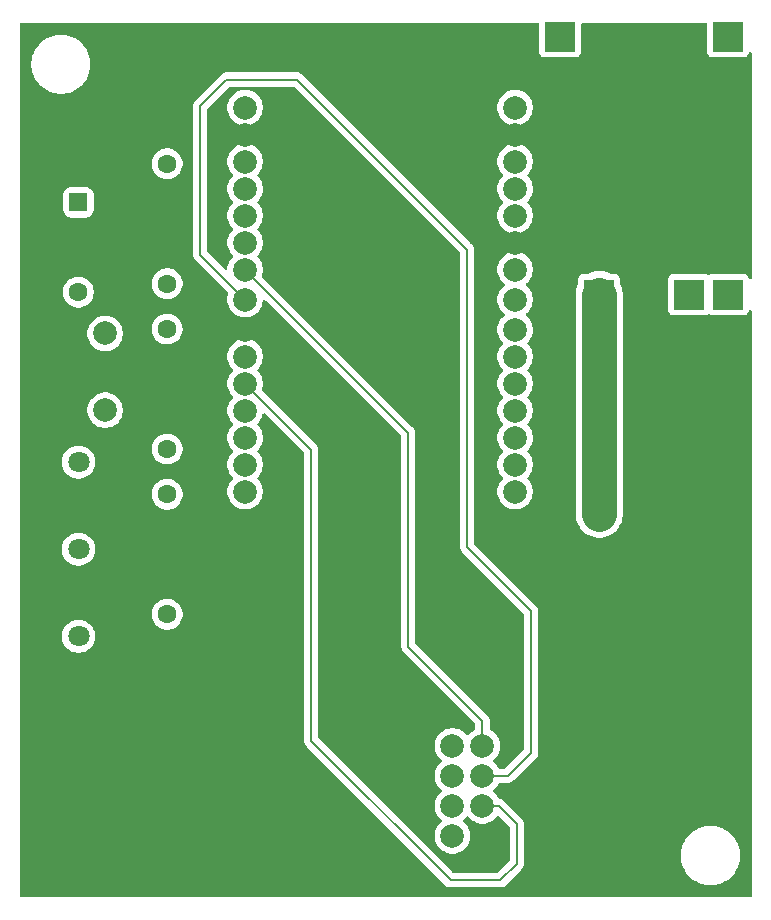
<source format=gbr>
%TF.GenerationSoftware,KiCad,Pcbnew,9.0.3*%
%TF.CreationDate,2025-09-06T14:30:13+03:00*%
%TF.ProjectId,ble_jammer_2.4ghz,626c655f-6a61-46d6-9d65-725f322e3467,rev?*%
%TF.SameCoordinates,Original*%
%TF.FileFunction,Copper,L2,Bot*%
%TF.FilePolarity,Positive*%
%FSLAX46Y46*%
G04 Gerber Fmt 4.6, Leading zero omitted, Abs format (unit mm)*
G04 Created by KiCad (PCBNEW 9.0.3) date 2025-09-06 14:30:13*
%MOMM*%
%LPD*%
G01*
G04 APERTURE LIST*
G04 Aperture macros list*
%AMRoundRect*
0 Rectangle with rounded corners*
0 $1 Rounding radius*
0 $2 $3 $4 $5 $6 $7 $8 $9 X,Y pos of 4 corners*
0 Add a 4 corners polygon primitive as box body*
4,1,4,$2,$3,$4,$5,$6,$7,$8,$9,$2,$3,0*
0 Add four circle primitives for the rounded corners*
1,1,$1+$1,$2,$3*
1,1,$1+$1,$4,$5*
1,1,$1+$1,$6,$7*
1,1,$1+$1,$8,$9*
0 Add four rect primitives between the rounded corners*
20,1,$1+$1,$2,$3,$4,$5,0*
20,1,$1+$1,$4,$5,$6,$7,0*
20,1,$1+$1,$6,$7,$8,$9,0*
20,1,$1+$1,$8,$9,$2,$3,0*%
G04 Aperture macros list end*
%TA.AperFunction,ComponentPad*%
%ADD10R,1.800000X1.800000*%
%TD*%
%TA.AperFunction,ComponentPad*%
%ADD11C,1.800000*%
%TD*%
%TA.AperFunction,ComponentPad*%
%ADD12C,2.000000*%
%TD*%
%TA.AperFunction,ComponentPad*%
%ADD13C,1.600000*%
%TD*%
%TA.AperFunction,ComponentPad*%
%ADD14RoundRect,0.250000X-0.550000X0.550000X-0.550000X-0.550000X0.550000X-0.550000X0.550000X0.550000X0*%
%TD*%
%TA.AperFunction,ComponentPad*%
%ADD15R,2.000000X2.000000*%
%TD*%
%TA.AperFunction,ComponentPad*%
%ADD16R,2.540000X2.540000*%
%TD*%
%TA.AperFunction,Conductor*%
%ADD17C,0.200000*%
%TD*%
%TA.AperFunction,Conductor*%
%ADD18C,3.000000*%
%TD*%
G04 APERTURE END LIST*
D10*
%TO.P,D3,1,K*%
%TO.N,Net-(A1-GND)_1*%
X47500269Y-93470048D03*
D11*
%TO.P,D3,2,A*%
%TO.N,Net-(D3-A)*%
X47500269Y-90930048D03*
%TD*%
D10*
%TO.P,D2,1,K*%
%TO.N,Net-(A1-GND)_1*%
X47500269Y-86097548D03*
D11*
%TO.P,D2,2,A*%
%TO.N,Net-(D2-A)*%
X47500269Y-83557548D03*
%TD*%
%TO.P,D1,2,A*%
%TO.N,Net-(D1-A)*%
X47500269Y-76185048D03*
D10*
%TO.P,D1,1,K*%
%TO.N,Net-(A1-GND)_1*%
X47500269Y-78725048D03*
%TD*%
D12*
%TO.P,SW1,2,2*%
%TO.N,Net-(A1-RX)*%
X49750269Y-65292548D03*
X49750269Y-71792548D03*
%TO.P,SW1,1,1*%
%TO.N,Net-(A1-GND)_1*%
X45250269Y-65292548D03*
X45250269Y-71792548D03*
%TD*%
D13*
%TO.P,SW2,2,B*%
%TO.N,Net-(A1-Vin)*%
X47487769Y-61800048D03*
D14*
%TO.P,SW2,1,A*%
%TO.N,Net-(A2-VCC)*%
X47487769Y-54180048D03*
%TD*%
D15*
%TO.P,nRF24L01+,1,GND*%
%TO.N,Net-(A1-GND)_1*%
X81692000Y-107826000D03*
D12*
%TO.P,nRF24L01+,2,VCC*%
%TO.N,Net-(A2-VCC)*%
X79152000Y-107826000D03*
%TO.P,nRF24L01+,3,CE*%
%TO.N,Net-(A1-D4)*%
X81692000Y-105286000D03*
%TO.P,nRF24L01+,4,CNS*%
%TO.N,Net-(A1-D2)*%
X79152000Y-105286000D03*
%TO.P,nRF24L01+,5,SCK*%
%TO.N,Net-(A1-D5)*%
X81692000Y-102746000D03*
%TO.P,nRF24L01+,6,MOSI*%
%TO.N,Net-(A1-D7)*%
X79152000Y-102746000D03*
%TO.P,nRF24L01+,7,MISO*%
%TO.N,Net-(A1-D6)*%
X81692000Y-100206000D03*
%TO.P,nRF24L01+,8,IRQ*%
%TO.N,unconnected-(A2-IRQ-Pad8)*%
X79152000Y-100206000D03*
%TD*%
%TO.P,ESP8266,1,3V3*%
%TO.N,unconnected-(A1-3V3-Pad1)*%
X61600000Y-46174000D03*
X61600000Y-67256000D03*
X84460000Y-55318000D03*
%TO.P,ESP8266,2,Vin*%
%TO.N,Net-(A1-Vin)*%
X84460000Y-46174000D03*
%TO.P,ESP8266,3,GND*%
%TO.N,Net-(A1-GND)_1*%
X61600000Y-48460000D03*
X61600000Y-64970000D03*
X84460000Y-48460000D03*
X84460000Y-57604000D03*
%TO.P,ESP8266,5,TX*%
%TO.N,unconnected-(A1-TX-Pad5)*%
X61600000Y-50746000D03*
%TO.P,ESP8266,6,RST*%
%TO.N,unconnected-(A1-RST-Pad6)*%
X84460000Y-50746000D03*
%TO.P,ESP8266,7,RX*%
%TO.N,Net-(A1-RX)*%
X61600000Y-53032000D03*
%TO.P,ESP8266,8,EN*%
%TO.N,unconnected-(A1-EN-Pad8)*%
X84460000Y-53032000D03*
%TO.P,ESP8266,9,D8*%
%TO.N,unconnected-(A1-D8-Pad9)*%
X61600000Y-55318000D03*
%TO.P,ESP8266,11,D7*%
%TO.N,Net-(A1-D7)*%
X61600000Y-57604000D03*
%TO.P,ESP8266,13,D6*%
%TO.N,Net-(A1-D6)*%
X61600000Y-59890000D03*
%TO.P,ESP8266,14,CLK*%
%TO.N,unconnected-(A1-CLK-Pad14)*%
X84460000Y-59890000D03*
%TO.P,ESP8266,15,D5*%
%TO.N,Net-(A1-D5)*%
X61600000Y-62430000D03*
%TO.P,ESP8266,16,SD0*%
%TO.N,unconnected-(A1-SD0-Pad16)*%
X84460000Y-62430000D03*
%TO.P,ESP8266,18,CMD*%
%TO.N,unconnected-(A1-CMD-Pad18)*%
X84460000Y-64970000D03*
%TO.P,ESP8266,20,SD1*%
%TO.N,unconnected-(A1-SD1-Pad20)*%
X84460000Y-67256000D03*
%TO.P,ESP8266,21,D4*%
%TO.N,Net-(A1-D4)*%
X61600000Y-69542000D03*
%TO.P,ESP8266,22,SD2*%
%TO.N,unconnected-(A1-SD2-Pad22)*%
X84460000Y-69542000D03*
%TO.P,ESP8266,23,D3*%
%TO.N,Net-(A1-D3)*%
X61600000Y-71828000D03*
%TO.P,ESP8266,24,SD3*%
%TO.N,unconnected-(A1-SD3-Pad24)*%
X84460000Y-71828000D03*
%TO.P,ESP8266,25,D2*%
%TO.N,Net-(A1-D2)*%
X61600000Y-74114000D03*
%TO.P,ESP8266,26,RSV*%
%TO.N,unconnected-(A1-RSV-Pad26)*%
X84460000Y-74114000D03*
%TO.P,ESP8266,27,D1*%
%TO.N,Net-(A1-D1)*%
X61600000Y-76400000D03*
%TO.P,ESP8266,28,RSV*%
%TO.N,unconnected-(A1-RSV-Pad28)*%
X84460000Y-76400000D03*
%TO.P,ESP8266,29,D0*%
%TO.N,Net-(A1-D0)*%
X61600000Y-78686000D03*
%TO.P,ESP8266,30,A0*%
%TO.N,unconnected-(A1-A0-Pad30)*%
X84460000Y-78686000D03*
%TD*%
D16*
%TO.P,TO4056,1,+*%
%TO.N,unconnected-(U1-+-Pad1)*%
X102500000Y-40156000D03*
%TO.P,TO4056,2,OUT+*%
%TO.N,Net-(A2-VCC)*%
X102500000Y-62000000D03*
%TO.P,TO4056,3,B+*%
%TO.N,Net-(J1-Pin_1)*%
X99198000Y-62000000D03*
%TO.P,TO4056,4,-*%
%TO.N,unconnected-(U1---Pad4)*%
X88276000Y-40156000D03*
%TO.P,TO4056,5,B-*%
%TO.N,Net-(J2-Pin_1)*%
X91578000Y-62000000D03*
%TO.P,TO4056,6,OUT-*%
%TO.N,Net-(A1-GND)_1*%
X88276000Y-62000000D03*
%TD*%
D13*
%TO.P,R2,1*%
%TO.N,Net-(A1-D1)*%
X55000000Y-75080000D03*
%TO.P,R2,2*%
%TO.N,Net-(D2-A)*%
X55000000Y-64920000D03*
%TD*%
%TO.P,R1,1*%
%TO.N,Net-(A1-D3)*%
X55000000Y-61080000D03*
%TO.P,R1,2*%
%TO.N,Net-(D1-A)*%
X55000000Y-50920000D03*
%TD*%
%TO.P,R3,1*%
%TO.N,Net-(A1-D0)*%
X55000000Y-89080000D03*
%TO.P,R3,2*%
%TO.N,Net-(D3-A)*%
X55000000Y-78920000D03*
%TD*%
D17*
%TO.N,Net-(J2-Pin_1)*%
X91578000Y-80578000D02*
X91600000Y-80600000D01*
D18*
X91578000Y-62000000D02*
X91578000Y-80578000D01*
D17*
%TO.N,Net-(A1-D4)*%
X67200000Y-99800000D02*
X67200000Y-75142000D01*
X79000000Y-111600000D02*
X67200000Y-99800000D01*
X84600000Y-106800000D02*
X84600000Y-110200000D01*
X83086000Y-105286000D02*
X84600000Y-106800000D01*
X81692000Y-105286000D02*
X83086000Y-105286000D01*
%TO.N,Net-(A1-D5)*%
X57800000Y-46000000D02*
X57800000Y-58630000D01*
X60000000Y-43800000D02*
X57800000Y-46000000D01*
X80400000Y-83400000D02*
X80400000Y-58200000D01*
X85800000Y-88800000D02*
X80400000Y-83400000D01*
X85800000Y-100800000D02*
X85800000Y-88800000D01*
X83854000Y-102746000D02*
X85800000Y-100800000D01*
%TO.N,Net-(A1-D6)*%
X75400000Y-73690000D02*
X61600000Y-59890000D01*
%TO.N,Net-(A1-D5)*%
X80400000Y-58200000D02*
X66000000Y-43800000D01*
%TO.N,Net-(A1-D6)*%
X75400000Y-91800000D02*
X75400000Y-73690000D01*
X81692000Y-98092000D02*
X75400000Y-91800000D01*
X81692000Y-100206000D02*
X81692000Y-98092000D01*
%TO.N,Net-(A1-D5)*%
X81692000Y-102746000D02*
X83854000Y-102746000D01*
X57800000Y-58630000D02*
X61600000Y-62430000D01*
%TO.N,Net-(A1-D4)*%
X67200000Y-75142000D02*
X61600000Y-69542000D01*
X84600000Y-110200000D02*
X83200000Y-111600000D01*
%TO.N,Net-(A1-D5)*%
X66000000Y-43800000D02*
X60000000Y-43800000D01*
%TO.N,Net-(A1-D4)*%
X83200000Y-111600000D02*
X79000000Y-111600000D01*
%TD*%
%TA.AperFunction,Conductor*%
%TO.N,Net-(A1-GND)_1*%
G36*
X65766942Y-44420185D02*
G01*
X65787584Y-44436819D01*
X79763181Y-58412416D01*
X79796666Y-58473739D01*
X79799500Y-58500097D01*
X79799500Y-83313330D01*
X79799499Y-83313348D01*
X79799499Y-83479054D01*
X79799498Y-83479054D01*
X79840423Y-83631785D01*
X79851612Y-83651164D01*
X79851613Y-83651167D01*
X79919475Y-83768709D01*
X79919481Y-83768717D01*
X80038349Y-83887585D01*
X80038355Y-83887590D01*
X85163181Y-89012416D01*
X85196666Y-89073739D01*
X85199500Y-89100097D01*
X85199500Y-100499902D01*
X85179815Y-100566941D01*
X85163181Y-100587583D01*
X83641584Y-102109181D01*
X83580261Y-102142666D01*
X83553903Y-102145500D01*
X83146068Y-102145500D01*
X83079029Y-102125815D01*
X83035583Y-102077795D01*
X82975342Y-101959566D01*
X82961999Y-101941201D01*
X82836517Y-101768490D01*
X82669510Y-101601483D01*
X82634872Y-101576317D01*
X82592207Y-101520989D01*
X82586228Y-101451375D01*
X82618833Y-101389580D01*
X82634873Y-101375682D01*
X82669510Y-101350517D01*
X82836517Y-101183510D01*
X82975343Y-100992433D01*
X83082568Y-100781992D01*
X83155553Y-100557368D01*
X83164655Y-100499902D01*
X83192500Y-100324097D01*
X83192500Y-100087902D01*
X83155553Y-99854631D01*
X83082566Y-99630003D01*
X82975342Y-99419566D01*
X82961999Y-99401201D01*
X82836517Y-99228490D01*
X82669510Y-99061483D01*
X82573971Y-98992070D01*
X82478431Y-98922655D01*
X82360204Y-98862415D01*
X82309409Y-98814441D01*
X82292500Y-98751931D01*
X82292500Y-98181060D01*
X82292501Y-98181047D01*
X82292501Y-98012944D01*
X82251576Y-97860214D01*
X82251573Y-97860209D01*
X82172524Y-97723290D01*
X82172518Y-97723282D01*
X76036819Y-91587583D01*
X76003334Y-91526260D01*
X76000500Y-91499902D01*
X76000500Y-73610945D01*
X76000500Y-73610943D01*
X75959577Y-73458216D01*
X75959577Y-73458215D01*
X75959577Y-73458214D01*
X75930639Y-73408095D01*
X75930637Y-73408092D01*
X75884147Y-73327567D01*
X75880520Y-73321284D01*
X75768716Y-73209480D01*
X75768715Y-73209479D01*
X75764385Y-73205149D01*
X75764374Y-73205139D01*
X63052798Y-60493563D01*
X63019313Y-60432240D01*
X63022547Y-60367566D01*
X63063553Y-60241368D01*
X63087839Y-60088034D01*
X63100500Y-60008097D01*
X63100500Y-59771902D01*
X63063553Y-59538631D01*
X62990566Y-59314003D01*
X62890488Y-59117590D01*
X62883343Y-59103567D01*
X62744517Y-58912490D01*
X62666708Y-58834681D01*
X62633223Y-58773358D01*
X62638207Y-58703666D01*
X62666708Y-58659319D01*
X62744517Y-58581510D01*
X62883343Y-58390433D01*
X62990568Y-58179992D01*
X63063553Y-57955368D01*
X63083206Y-57831284D01*
X63100500Y-57722097D01*
X63100500Y-57485902D01*
X63063553Y-57252631D01*
X62990566Y-57028003D01*
X62883342Y-56817566D01*
X62857177Y-56781553D01*
X62744517Y-56626490D01*
X62666708Y-56548681D01*
X62633223Y-56487358D01*
X62638207Y-56417666D01*
X62666708Y-56373319D01*
X62744517Y-56295510D01*
X62883343Y-56104433D01*
X62990568Y-55893992D01*
X63063553Y-55669368D01*
X63100500Y-55436097D01*
X63100500Y-55199902D01*
X63063553Y-54966631D01*
X63002931Y-54780057D01*
X62990568Y-54742008D01*
X62990566Y-54742005D01*
X62990566Y-54742003D01*
X62883342Y-54531566D01*
X62744517Y-54340490D01*
X62666708Y-54262681D01*
X62633223Y-54201358D01*
X62638207Y-54131666D01*
X62666708Y-54087319D01*
X62744517Y-54009510D01*
X62883343Y-53818433D01*
X62990568Y-53607992D01*
X63063553Y-53383368D01*
X63075061Y-53310711D01*
X63100500Y-53150097D01*
X63100500Y-52913902D01*
X63063553Y-52680631D01*
X62990566Y-52456003D01*
X62883342Y-52245566D01*
X62744517Y-52054490D01*
X62666708Y-51976681D01*
X62633223Y-51915358D01*
X62638207Y-51845666D01*
X62666708Y-51801319D01*
X62700814Y-51767213D01*
X62744517Y-51723510D01*
X62883343Y-51532433D01*
X62990568Y-51321992D01*
X63063553Y-51097368D01*
X63100500Y-50864097D01*
X63100500Y-50627902D01*
X63063553Y-50394631D01*
X62990566Y-50170003D01*
X62883342Y-49959566D01*
X62744517Y-49768490D01*
X62577510Y-49601483D01*
X62386433Y-49462657D01*
X62175996Y-49355433D01*
X61951368Y-49282446D01*
X61718097Y-49245500D01*
X61718092Y-49245500D01*
X61481908Y-49245500D01*
X61481903Y-49245500D01*
X61248631Y-49282446D01*
X61024003Y-49355433D01*
X60813566Y-49462657D01*
X60704550Y-49541862D01*
X60622490Y-49601483D01*
X60622488Y-49601485D01*
X60622487Y-49601485D01*
X60455485Y-49768487D01*
X60455485Y-49768488D01*
X60455483Y-49768490D01*
X60395862Y-49850550D01*
X60316657Y-49959566D01*
X60209433Y-50170003D01*
X60136446Y-50394631D01*
X60099500Y-50627902D01*
X60099500Y-50864097D01*
X60136446Y-51097368D01*
X60209433Y-51321996D01*
X60316657Y-51532433D01*
X60455483Y-51723510D01*
X60455485Y-51723512D01*
X60533292Y-51801319D01*
X60566777Y-51862642D01*
X60561793Y-51932334D01*
X60533292Y-51976681D01*
X60455485Y-52054487D01*
X60455485Y-52054488D01*
X60455483Y-52054490D01*
X60395862Y-52136550D01*
X60316657Y-52245566D01*
X60209433Y-52456003D01*
X60136446Y-52680631D01*
X60099500Y-52913902D01*
X60099500Y-53150097D01*
X60136446Y-53383368D01*
X60209433Y-53607996D01*
X60316657Y-53818433D01*
X60455483Y-54009510D01*
X60455485Y-54009512D01*
X60533292Y-54087319D01*
X60566777Y-54148642D01*
X60561793Y-54218334D01*
X60533292Y-54262681D01*
X60455485Y-54340487D01*
X60455485Y-54340488D01*
X60455483Y-54340490D01*
X60395862Y-54422550D01*
X60316657Y-54531566D01*
X60209433Y-54742003D01*
X60136446Y-54966631D01*
X60099500Y-55199902D01*
X60099500Y-55436097D01*
X60136446Y-55669368D01*
X60209433Y-55893996D01*
X60316657Y-56104433D01*
X60455483Y-56295510D01*
X60455485Y-56295512D01*
X60533292Y-56373319D01*
X60566777Y-56434642D01*
X60561793Y-56504334D01*
X60533292Y-56548681D01*
X60455485Y-56626487D01*
X60455485Y-56626488D01*
X60455483Y-56626490D01*
X60395862Y-56708550D01*
X60316657Y-56817566D01*
X60209433Y-57028003D01*
X60136446Y-57252631D01*
X60099500Y-57485902D01*
X60099500Y-57722097D01*
X60136446Y-57955368D01*
X60209433Y-58179996D01*
X60285815Y-58329902D01*
X60316657Y-58390433D01*
X60455483Y-58581510D01*
X60455485Y-58581512D01*
X60533292Y-58659319D01*
X60566777Y-58720642D01*
X60561793Y-58790334D01*
X60533292Y-58834681D01*
X60455485Y-58912487D01*
X60455485Y-58912488D01*
X60455483Y-58912490D01*
X60395862Y-58994550D01*
X60316657Y-59103566D01*
X60209433Y-59314003D01*
X60136446Y-59538631D01*
X60099500Y-59771902D01*
X60099500Y-59780902D01*
X60079815Y-59847941D01*
X60027011Y-59893696D01*
X59957853Y-59903640D01*
X59894297Y-59874615D01*
X59887819Y-59868583D01*
X58436819Y-58417583D01*
X58403334Y-58356260D01*
X58400500Y-58329902D01*
X58400500Y-46300097D01*
X58420185Y-46233058D01*
X58436819Y-46212416D01*
X58593333Y-46055902D01*
X60099500Y-46055902D01*
X60099500Y-46292097D01*
X60136446Y-46525368D01*
X60209433Y-46749996D01*
X60316657Y-46960433D01*
X60455483Y-47151510D01*
X60622490Y-47318517D01*
X60813567Y-47457343D01*
X60912991Y-47508002D01*
X61024003Y-47564566D01*
X61024005Y-47564566D01*
X61024008Y-47564568D01*
X61144412Y-47603689D01*
X61248631Y-47637553D01*
X61481903Y-47674500D01*
X61481908Y-47674500D01*
X61718097Y-47674500D01*
X61951368Y-47637553D01*
X62175992Y-47564568D01*
X62386433Y-47457343D01*
X62577510Y-47318517D01*
X62744517Y-47151510D01*
X62883343Y-46960433D01*
X62990568Y-46749992D01*
X63063553Y-46525368D01*
X63100500Y-46292097D01*
X63100500Y-46055902D01*
X63063553Y-45822631D01*
X62990566Y-45598003D01*
X62883342Y-45387566D01*
X62744517Y-45196490D01*
X62577510Y-45029483D01*
X62386433Y-44890657D01*
X62175996Y-44783433D01*
X61951368Y-44710446D01*
X61718097Y-44673500D01*
X61718092Y-44673500D01*
X61481908Y-44673500D01*
X61481903Y-44673500D01*
X61248631Y-44710446D01*
X61024003Y-44783433D01*
X60813566Y-44890657D01*
X60791678Y-44906560D01*
X60622490Y-45029483D01*
X60622488Y-45029485D01*
X60622487Y-45029485D01*
X60455485Y-45196487D01*
X60455485Y-45196488D01*
X60455483Y-45196490D01*
X60395862Y-45278550D01*
X60316657Y-45387566D01*
X60209433Y-45598003D01*
X60136446Y-45822631D01*
X60099500Y-46055902D01*
X58593333Y-46055902D01*
X60212416Y-44436819D01*
X60273739Y-44403334D01*
X60300097Y-44400500D01*
X65699903Y-44400500D01*
X65766942Y-44420185D01*
G37*
%TD.AperFunction*%
%TA.AperFunction,Conductor*%
G36*
X86448539Y-39020185D02*
G01*
X86494294Y-39072989D01*
X86505500Y-39124500D01*
X86505500Y-41473870D01*
X86505501Y-41473876D01*
X86511908Y-41533483D01*
X86562202Y-41668328D01*
X86562206Y-41668335D01*
X86648452Y-41783544D01*
X86648455Y-41783547D01*
X86763664Y-41869793D01*
X86763671Y-41869797D01*
X86898517Y-41920091D01*
X86898516Y-41920091D01*
X86905444Y-41920835D01*
X86958127Y-41926500D01*
X89593872Y-41926499D01*
X89653483Y-41920091D01*
X89788331Y-41869796D01*
X89903546Y-41783546D01*
X89989796Y-41668331D01*
X90040091Y-41533483D01*
X90046500Y-41473873D01*
X90046499Y-39124499D01*
X90066184Y-39057461D01*
X90118987Y-39011706D01*
X90170499Y-39000500D01*
X100605500Y-39000500D01*
X100672539Y-39020185D01*
X100718294Y-39072989D01*
X100729500Y-39124500D01*
X100729500Y-41473870D01*
X100729501Y-41473876D01*
X100735908Y-41533483D01*
X100786202Y-41668328D01*
X100786206Y-41668335D01*
X100872452Y-41783544D01*
X100872455Y-41783547D01*
X100987664Y-41869793D01*
X100987671Y-41869797D01*
X101122517Y-41920091D01*
X101122516Y-41920091D01*
X101129444Y-41920835D01*
X101182127Y-41926500D01*
X103817872Y-41926499D01*
X103877483Y-41920091D01*
X104012331Y-41869796D01*
X104127546Y-41783546D01*
X104213796Y-41668331D01*
X104259318Y-41546279D01*
X104301189Y-41490346D01*
X104366653Y-41465929D01*
X104434926Y-41480780D01*
X104484332Y-41530185D01*
X104499500Y-41589613D01*
X104499500Y-60566386D01*
X104479815Y-60633425D01*
X104427011Y-60679180D01*
X104357853Y-60689124D01*
X104294297Y-60660099D01*
X104259318Y-60609719D01*
X104213797Y-60487671D01*
X104213793Y-60487664D01*
X104127547Y-60372455D01*
X104127544Y-60372452D01*
X104012335Y-60286206D01*
X104012328Y-60286202D01*
X103877482Y-60235908D01*
X103877483Y-60235908D01*
X103817883Y-60229501D01*
X103817881Y-60229500D01*
X103817873Y-60229500D01*
X103817864Y-60229500D01*
X101182129Y-60229500D01*
X101182123Y-60229501D01*
X101122516Y-60235908D01*
X100987671Y-60286202D01*
X100987668Y-60286204D01*
X100923311Y-60334382D01*
X100857846Y-60358799D01*
X100789573Y-60343947D01*
X100774689Y-60334382D01*
X100710331Y-60286204D01*
X100710328Y-60286202D01*
X100575482Y-60235908D01*
X100575483Y-60235908D01*
X100515883Y-60229501D01*
X100515881Y-60229500D01*
X100515873Y-60229500D01*
X100515864Y-60229500D01*
X97880129Y-60229500D01*
X97880123Y-60229501D01*
X97820516Y-60235908D01*
X97685671Y-60286202D01*
X97685664Y-60286206D01*
X97570455Y-60372452D01*
X97570452Y-60372455D01*
X97484206Y-60487664D01*
X97484202Y-60487671D01*
X97433908Y-60622517D01*
X97429868Y-60660099D01*
X97427501Y-60682123D01*
X97427500Y-60682135D01*
X97427500Y-63317870D01*
X97427501Y-63317876D01*
X97433908Y-63377483D01*
X97484202Y-63512328D01*
X97484206Y-63512335D01*
X97570452Y-63627544D01*
X97570455Y-63627547D01*
X97685664Y-63713793D01*
X97685671Y-63713797D01*
X97820517Y-63764091D01*
X97820516Y-63764091D01*
X97827444Y-63764835D01*
X97880127Y-63770500D01*
X100515872Y-63770499D01*
X100575483Y-63764091D01*
X100710331Y-63713796D01*
X100774688Y-63665617D01*
X100840153Y-63641200D01*
X100908426Y-63656051D01*
X100923308Y-63665616D01*
X100969240Y-63700000D01*
X100987668Y-63713795D01*
X100987671Y-63713797D01*
X101122517Y-63764091D01*
X101122516Y-63764091D01*
X101129444Y-63764835D01*
X101182127Y-63770500D01*
X103817872Y-63770499D01*
X103877483Y-63764091D01*
X104012331Y-63713796D01*
X104127546Y-63627546D01*
X104213796Y-63512331D01*
X104259318Y-63390279D01*
X104301189Y-63334346D01*
X104366653Y-63309929D01*
X104434926Y-63324780D01*
X104484332Y-63374185D01*
X104499500Y-63433613D01*
X104499500Y-112875500D01*
X104479815Y-112942539D01*
X104427011Y-112988294D01*
X104375500Y-112999500D01*
X42624500Y-112999500D01*
X42557461Y-112979815D01*
X42511706Y-112927011D01*
X42500500Y-112875500D01*
X42500500Y-90819826D01*
X46099769Y-90819826D01*
X46099769Y-91040269D01*
X46134254Y-91258000D01*
X46202372Y-91467651D01*
X46202373Y-91467654D01*
X46302456Y-91664073D01*
X46432021Y-91842406D01*
X46432025Y-91842411D01*
X46587905Y-91998291D01*
X46587910Y-91998295D01*
X46634006Y-92031785D01*
X46766247Y-92127863D01*
X46846421Y-92168714D01*
X46962662Y-92227943D01*
X46962665Y-92227944D01*
X47067490Y-92262003D01*
X47172318Y-92296063D01*
X47390047Y-92330548D01*
X47390048Y-92330548D01*
X47610490Y-92330548D01*
X47610491Y-92330548D01*
X47828220Y-92296063D01*
X48037875Y-92227943D01*
X48234291Y-92127863D01*
X48412634Y-91998290D01*
X48568511Y-91842413D01*
X48698084Y-91664070D01*
X48798164Y-91467654D01*
X48866284Y-91257999D01*
X48900769Y-91040270D01*
X48900769Y-90819826D01*
X48866284Y-90602097D01*
X48798164Y-90392442D01*
X48798164Y-90392441D01*
X48743530Y-90285218D01*
X48698084Y-90196026D01*
X48681529Y-90173240D01*
X48568516Y-90017689D01*
X48568512Y-90017684D01*
X48412632Y-89861804D01*
X48412627Y-89861800D01*
X48234294Y-89732235D01*
X48234293Y-89732234D01*
X48234291Y-89732233D01*
X48171365Y-89700170D01*
X48037875Y-89632152D01*
X48037872Y-89632151D01*
X47828221Y-89564033D01*
X47719355Y-89546790D01*
X47610491Y-89529548D01*
X47390047Y-89529548D01*
X47317470Y-89541043D01*
X47172316Y-89564033D01*
X46962665Y-89632151D01*
X46962662Y-89632152D01*
X46766243Y-89732235D01*
X46587910Y-89861800D01*
X46587905Y-89861804D01*
X46432025Y-90017684D01*
X46432021Y-90017689D01*
X46302456Y-90196022D01*
X46202373Y-90392441D01*
X46202372Y-90392444D01*
X46134254Y-90602095D01*
X46099769Y-90819826D01*
X42500500Y-90819826D01*
X42500500Y-88977648D01*
X53699500Y-88977648D01*
X53699500Y-89182351D01*
X53731522Y-89384534D01*
X53794781Y-89579223D01*
X53887715Y-89761613D01*
X54008028Y-89927213D01*
X54152786Y-90071971D01*
X54307749Y-90184556D01*
X54318390Y-90192287D01*
X54434607Y-90251503D01*
X54500776Y-90285218D01*
X54500778Y-90285218D01*
X54500781Y-90285220D01*
X54605137Y-90319127D01*
X54695465Y-90348477D01*
X54796557Y-90364488D01*
X54897648Y-90380500D01*
X54897649Y-90380500D01*
X55102351Y-90380500D01*
X55102352Y-90380500D01*
X55304534Y-90348477D01*
X55499219Y-90285220D01*
X55681610Y-90192287D01*
X55774590Y-90124732D01*
X55847213Y-90071971D01*
X55847215Y-90071968D01*
X55847219Y-90071966D01*
X55991966Y-89927219D01*
X55991968Y-89927215D01*
X55991971Y-89927213D01*
X56044732Y-89854590D01*
X56112287Y-89761610D01*
X56205220Y-89579219D01*
X56268477Y-89384534D01*
X56300500Y-89182352D01*
X56300500Y-88977648D01*
X56268477Y-88775466D01*
X56250761Y-88720943D01*
X56205218Y-88580776D01*
X56165170Y-88502179D01*
X56112287Y-88398390D01*
X56104556Y-88387749D01*
X55991971Y-88232786D01*
X55847213Y-88088028D01*
X55681613Y-87967715D01*
X55681612Y-87967714D01*
X55681610Y-87967713D01*
X55624653Y-87938691D01*
X55499223Y-87874781D01*
X55304534Y-87811522D01*
X55129995Y-87783878D01*
X55102352Y-87779500D01*
X54897648Y-87779500D01*
X54873329Y-87783351D01*
X54695465Y-87811522D01*
X54500776Y-87874781D01*
X54318386Y-87967715D01*
X54152786Y-88088028D01*
X54008028Y-88232786D01*
X53887715Y-88398386D01*
X53794781Y-88580776D01*
X53731522Y-88775465D01*
X53699500Y-88977648D01*
X42500500Y-88977648D01*
X42500500Y-83447326D01*
X46099769Y-83447326D01*
X46099769Y-83667769D01*
X46134254Y-83885500D01*
X46202372Y-84095151D01*
X46202373Y-84095154D01*
X46302456Y-84291573D01*
X46432021Y-84469906D01*
X46432025Y-84469911D01*
X46587905Y-84625791D01*
X46587910Y-84625795D01*
X46743461Y-84738808D01*
X46766247Y-84755363D01*
X46894644Y-84820785D01*
X46962662Y-84855443D01*
X46962665Y-84855444D01*
X47067490Y-84889503D01*
X47172318Y-84923563D01*
X47390047Y-84958048D01*
X47390048Y-84958048D01*
X47610490Y-84958048D01*
X47610491Y-84958048D01*
X47828220Y-84923563D01*
X48037875Y-84855443D01*
X48234291Y-84755363D01*
X48412634Y-84625790D01*
X48568511Y-84469913D01*
X48698084Y-84291570D01*
X48798164Y-84095154D01*
X48866284Y-83885499D01*
X48900769Y-83667770D01*
X48900769Y-83447326D01*
X48866284Y-83229597D01*
X48798164Y-83019942D01*
X48798164Y-83019941D01*
X48763506Y-82951923D01*
X48698084Y-82823526D01*
X48681529Y-82800740D01*
X48568516Y-82645189D01*
X48568512Y-82645184D01*
X48412632Y-82489304D01*
X48412627Y-82489300D01*
X48234294Y-82359735D01*
X48234293Y-82359734D01*
X48234291Y-82359733D01*
X48171365Y-82327670D01*
X48037875Y-82259652D01*
X48037872Y-82259651D01*
X47828221Y-82191533D01*
X47719355Y-82174290D01*
X47610491Y-82157048D01*
X47390047Y-82157048D01*
X47317470Y-82168543D01*
X47172316Y-82191533D01*
X46962665Y-82259651D01*
X46962662Y-82259652D01*
X46766243Y-82359735D01*
X46587910Y-82489300D01*
X46587905Y-82489304D01*
X46432025Y-82645184D01*
X46432021Y-82645189D01*
X46302456Y-82823522D01*
X46202373Y-83019941D01*
X46202372Y-83019944D01*
X46134254Y-83229595D01*
X46099769Y-83447326D01*
X42500500Y-83447326D01*
X42500500Y-78817648D01*
X53699500Y-78817648D01*
X53699500Y-79022351D01*
X53731522Y-79224534D01*
X53794781Y-79419223D01*
X53887715Y-79601613D01*
X54008028Y-79767213D01*
X54152786Y-79911971D01*
X54307749Y-80024556D01*
X54318390Y-80032287D01*
X54434607Y-80091503D01*
X54500776Y-80125218D01*
X54500778Y-80125218D01*
X54500781Y-80125220D01*
X54605137Y-80159127D01*
X54695465Y-80188477D01*
X54796557Y-80204488D01*
X54897648Y-80220500D01*
X54897649Y-80220500D01*
X55102351Y-80220500D01*
X55102352Y-80220500D01*
X55304534Y-80188477D01*
X55499219Y-80125220D01*
X55681610Y-80032287D01*
X55774590Y-79964732D01*
X55847213Y-79911971D01*
X55847215Y-79911968D01*
X55847219Y-79911966D01*
X55991966Y-79767219D01*
X55991968Y-79767215D01*
X55991971Y-79767213D01*
X56067313Y-79663512D01*
X56112287Y-79601610D01*
X56205220Y-79419219D01*
X56268477Y-79224534D01*
X56300500Y-79022352D01*
X56300500Y-78817648D01*
X56268477Y-78615466D01*
X56253024Y-78567908D01*
X56205218Y-78420776D01*
X56161324Y-78334631D01*
X56112287Y-78238390D01*
X56104556Y-78227749D01*
X55991971Y-78072786D01*
X55847213Y-77928028D01*
X55681613Y-77807715D01*
X55681612Y-77807714D01*
X55681610Y-77807713D01*
X55624653Y-77778691D01*
X55499223Y-77714781D01*
X55304534Y-77651522D01*
X55129995Y-77623878D01*
X55102352Y-77619500D01*
X54897648Y-77619500D01*
X54873329Y-77623351D01*
X54695465Y-77651522D01*
X54500776Y-77714781D01*
X54318386Y-77807715D01*
X54152786Y-77928028D01*
X54008028Y-78072786D01*
X53887715Y-78238386D01*
X53794781Y-78420776D01*
X53731522Y-78615465D01*
X53699500Y-78817648D01*
X42500500Y-78817648D01*
X42500500Y-76074826D01*
X46099769Y-76074826D01*
X46099769Y-76295269D01*
X46134254Y-76513000D01*
X46202372Y-76722651D01*
X46202373Y-76722654D01*
X46302456Y-76919073D01*
X46432021Y-77097406D01*
X46432025Y-77097411D01*
X46587905Y-77253291D01*
X46587910Y-77253295D01*
X46743461Y-77366308D01*
X46766247Y-77382863D01*
X46894644Y-77448285D01*
X46962662Y-77482943D01*
X46962665Y-77482944D01*
X47066379Y-77516642D01*
X47172318Y-77551063D01*
X47390047Y-77585548D01*
X47390048Y-77585548D01*
X47610490Y-77585548D01*
X47610491Y-77585548D01*
X47828220Y-77551063D01*
X48037875Y-77482943D01*
X48234291Y-77382863D01*
X48412634Y-77253290D01*
X48568511Y-77097413D01*
X48698084Y-76919070D01*
X48798164Y-76722654D01*
X48866284Y-76512999D01*
X48900769Y-76295270D01*
X48900769Y-76074826D01*
X48866284Y-75857097D01*
X48798164Y-75647442D01*
X48798164Y-75647441D01*
X48763402Y-75579219D01*
X48698084Y-75451026D01*
X48627893Y-75354416D01*
X48568516Y-75272689D01*
X48568512Y-75272684D01*
X48412634Y-75116806D01*
X48412626Y-75116800D01*
X48352469Y-75073094D01*
X48352468Y-75073092D01*
X48234294Y-74987235D01*
X48234293Y-74987234D01*
X48234291Y-74987233D01*
X48215480Y-74977648D01*
X53699500Y-74977648D01*
X53699500Y-75182351D01*
X53731522Y-75384534D01*
X53794781Y-75579223D01*
X53887715Y-75761613D01*
X54008028Y-75927213D01*
X54152786Y-76071971D01*
X54307749Y-76184556D01*
X54318390Y-76192287D01*
X54434607Y-76251503D01*
X54500776Y-76285218D01*
X54500778Y-76285218D01*
X54500781Y-76285220D01*
X54605137Y-76319127D01*
X54695465Y-76348477D01*
X54796557Y-76364488D01*
X54897648Y-76380500D01*
X54897649Y-76380500D01*
X55102351Y-76380500D01*
X55102352Y-76380500D01*
X55304534Y-76348477D01*
X55499219Y-76285220D01*
X55681610Y-76192287D01*
X55843283Y-76074826D01*
X55847213Y-76071971D01*
X55847215Y-76071968D01*
X55847219Y-76071966D01*
X55991966Y-75927219D01*
X55991968Y-75927215D01*
X55991971Y-75927213D01*
X56044732Y-75854590D01*
X56112287Y-75761610D01*
X56205220Y-75579219D01*
X56268477Y-75384534D01*
X56300500Y-75182352D01*
X56300500Y-74977648D01*
X56268477Y-74775465D01*
X56205218Y-74580776D01*
X56146414Y-74465368D01*
X56112287Y-74398390D01*
X56104556Y-74387749D01*
X55991971Y-74232786D01*
X55847213Y-74088028D01*
X55681613Y-73967715D01*
X55681612Y-73967714D01*
X55681610Y-73967713D01*
X55624653Y-73938691D01*
X55499223Y-73874781D01*
X55304534Y-73811522D01*
X55129995Y-73783878D01*
X55102352Y-73779500D01*
X54897648Y-73779500D01*
X54873329Y-73783351D01*
X54695465Y-73811522D01*
X54500776Y-73874781D01*
X54318386Y-73967715D01*
X54152786Y-74088028D01*
X54008028Y-74232786D01*
X53887715Y-74398386D01*
X53794781Y-74580776D01*
X53731522Y-74775465D01*
X53699500Y-74977648D01*
X48215480Y-74977648D01*
X48171365Y-74955170D01*
X48037875Y-74887152D01*
X48037872Y-74887151D01*
X47828221Y-74819033D01*
X47719355Y-74801790D01*
X47610491Y-74784548D01*
X47390047Y-74784548D01*
X47317470Y-74796043D01*
X47172316Y-74819033D01*
X46962665Y-74887151D01*
X46962662Y-74887152D01*
X46766243Y-74987235D01*
X46587910Y-75116800D01*
X46587905Y-75116804D01*
X46432025Y-75272684D01*
X46432021Y-75272689D01*
X46302456Y-75451022D01*
X46202373Y-75647441D01*
X46202372Y-75647444D01*
X46134254Y-75857095D01*
X46099769Y-76074826D01*
X42500500Y-76074826D01*
X42500500Y-71674450D01*
X48249769Y-71674450D01*
X48249769Y-71910645D01*
X48286715Y-72143916D01*
X48359702Y-72368544D01*
X48466926Y-72578981D01*
X48605752Y-72770058D01*
X48772759Y-72937065D01*
X48963836Y-73075891D01*
X49063260Y-73126550D01*
X49174272Y-73183114D01*
X49174274Y-73183114D01*
X49174277Y-73183116D01*
X49255411Y-73209478D01*
X49398900Y-73256101D01*
X49632172Y-73293048D01*
X49632177Y-73293048D01*
X49868366Y-73293048D01*
X50101637Y-73256101D01*
X50326261Y-73183116D01*
X50536702Y-73075891D01*
X50727779Y-72937065D01*
X50894786Y-72770058D01*
X51033612Y-72578981D01*
X51140837Y-72368540D01*
X51213822Y-72143916D01*
X51214516Y-72139535D01*
X51250769Y-71910645D01*
X51250769Y-71674450D01*
X51213822Y-71441179D01*
X51140835Y-71216551D01*
X51084271Y-71105539D01*
X51033612Y-71006115D01*
X50894786Y-70815038D01*
X50727779Y-70648031D01*
X50536702Y-70509205D01*
X50326265Y-70401981D01*
X50101637Y-70328994D01*
X49868366Y-70292048D01*
X49868361Y-70292048D01*
X49632177Y-70292048D01*
X49632172Y-70292048D01*
X49398900Y-70328994D01*
X49174272Y-70401981D01*
X48963835Y-70509205D01*
X48854819Y-70588410D01*
X48772759Y-70648031D01*
X48772757Y-70648033D01*
X48772756Y-70648033D01*
X48605754Y-70815035D01*
X48605754Y-70815036D01*
X48605752Y-70815038D01*
X48579997Y-70850487D01*
X48466926Y-71006114D01*
X48359702Y-71216551D01*
X48286715Y-71441179D01*
X48249769Y-71674450D01*
X42500500Y-71674450D01*
X42500500Y-65174450D01*
X48249769Y-65174450D01*
X48249769Y-65410645D01*
X48286715Y-65643916D01*
X48359702Y-65868544D01*
X48443134Y-66032287D01*
X48466926Y-66078981D01*
X48605752Y-66270058D01*
X48772759Y-66437065D01*
X48963836Y-66575891D01*
X49063260Y-66626550D01*
X49174272Y-66683114D01*
X49174274Y-66683114D01*
X49174277Y-66683116D01*
X49294681Y-66722237D01*
X49398900Y-66756101D01*
X49632172Y-66793048D01*
X49632177Y-66793048D01*
X49868366Y-66793048D01*
X50101637Y-66756101D01*
X50326261Y-66683116D01*
X50536702Y-66575891D01*
X50727779Y-66437065D01*
X50894786Y-66270058D01*
X51033612Y-66078981D01*
X51140837Y-65868540D01*
X51213822Y-65643916D01*
X51249410Y-65419223D01*
X51250769Y-65410645D01*
X51250769Y-65174450D01*
X51213822Y-64941179D01*
X51202480Y-64906274D01*
X51173684Y-64817648D01*
X53699500Y-64817648D01*
X53699500Y-65022351D01*
X53731522Y-65224534D01*
X53794781Y-65419223D01*
X53887715Y-65601613D01*
X54008028Y-65767213D01*
X54152786Y-65911971D01*
X54307749Y-66024556D01*
X54318390Y-66032287D01*
X54410032Y-66078981D01*
X54500776Y-66125218D01*
X54500778Y-66125218D01*
X54500781Y-66125220D01*
X54596540Y-66156334D01*
X54695465Y-66188477D01*
X54772518Y-66200681D01*
X54897648Y-66220500D01*
X54897649Y-66220500D01*
X55102351Y-66220500D01*
X55102352Y-66220500D01*
X55304534Y-66188477D01*
X55499219Y-66125220D01*
X55681610Y-66032287D01*
X55798295Y-65947511D01*
X55847213Y-65911971D01*
X55847215Y-65911968D01*
X55847219Y-65911966D01*
X55991966Y-65767219D01*
X55991968Y-65767215D01*
X55991971Y-65767213D01*
X56081550Y-65643916D01*
X56112287Y-65601610D01*
X56205220Y-65419219D01*
X56268477Y-65224534D01*
X56300500Y-65022352D01*
X56300500Y-64817648D01*
X56284488Y-64716551D01*
X56268477Y-64615465D01*
X56205218Y-64420776D01*
X56151340Y-64315036D01*
X56112287Y-64238390D01*
X56072456Y-64183567D01*
X55991971Y-64072786D01*
X55847213Y-63928028D01*
X55681613Y-63807715D01*
X55681612Y-63807714D01*
X55681610Y-63807713D01*
X55624653Y-63778691D01*
X55499223Y-63714781D01*
X55304534Y-63651522D01*
X55129995Y-63623878D01*
X55102352Y-63619500D01*
X54897648Y-63619500D01*
X54873329Y-63623351D01*
X54695465Y-63651522D01*
X54500776Y-63714781D01*
X54318386Y-63807715D01*
X54152786Y-63928028D01*
X54008028Y-64072786D01*
X53887715Y-64238386D01*
X53794781Y-64420776D01*
X53731522Y-64615465D01*
X53699500Y-64817648D01*
X51173684Y-64817648D01*
X51140837Y-64716556D01*
X51033612Y-64506115D01*
X50894786Y-64315038D01*
X50727779Y-64148031D01*
X50536702Y-64009205D01*
X50503891Y-63992487D01*
X50326265Y-63901981D01*
X50101637Y-63828994D01*
X49868366Y-63792048D01*
X49868361Y-63792048D01*
X49632177Y-63792048D01*
X49632172Y-63792048D01*
X49398900Y-63828994D01*
X49174272Y-63901981D01*
X48963835Y-64009205D01*
X48854819Y-64088410D01*
X48772759Y-64148031D01*
X48772757Y-64148033D01*
X48772756Y-64148033D01*
X48605754Y-64315035D01*
X48605754Y-64315036D01*
X48605752Y-64315038D01*
X48548380Y-64394003D01*
X48466926Y-64506114D01*
X48359702Y-64716551D01*
X48286715Y-64941179D01*
X48249769Y-65174450D01*
X42500500Y-65174450D01*
X42500500Y-61697696D01*
X46187269Y-61697696D01*
X46187269Y-61902399D01*
X46219291Y-62104582D01*
X46282550Y-62299271D01*
X46323939Y-62380500D01*
X46356999Y-62445384D01*
X46375484Y-62481661D01*
X46495797Y-62647261D01*
X46640555Y-62792019D01*
X46795518Y-62904604D01*
X46806159Y-62912335D01*
X46922376Y-62971551D01*
X46988545Y-63005266D01*
X46988547Y-63005266D01*
X46988550Y-63005268D01*
X47092906Y-63039175D01*
X47183234Y-63068525D01*
X47284326Y-63084536D01*
X47385417Y-63100548D01*
X47385418Y-63100548D01*
X47590120Y-63100548D01*
X47590121Y-63100548D01*
X47792303Y-63068525D01*
X47986988Y-63005268D01*
X48169379Y-62912335D01*
X48262359Y-62844780D01*
X48334982Y-62792019D01*
X48334984Y-62792016D01*
X48334988Y-62792014D01*
X48479735Y-62647267D01*
X48479737Y-62647263D01*
X48479740Y-62647261D01*
X48532501Y-62574638D01*
X48600056Y-62481658D01*
X48692989Y-62299267D01*
X48756246Y-62104582D01*
X48788269Y-61902400D01*
X48788269Y-61697696D01*
X48779696Y-61643566D01*
X48756246Y-61495513D01*
X48692987Y-61300824D01*
X48600056Y-61118438D01*
X48547181Y-61045661D01*
X48547180Y-61045658D01*
X48497768Y-60977648D01*
X53699500Y-60977648D01*
X53699500Y-61182351D01*
X53731522Y-61384534D01*
X53794781Y-61579223D01*
X53887715Y-61761613D01*
X54008028Y-61927213D01*
X54152786Y-62071971D01*
X54307749Y-62184556D01*
X54318390Y-62192287D01*
X54434607Y-62251503D01*
X54500776Y-62285218D01*
X54500778Y-62285218D01*
X54500781Y-62285220D01*
X54544026Y-62299271D01*
X54695465Y-62348477D01*
X54796557Y-62364488D01*
X54897648Y-62380500D01*
X54897649Y-62380500D01*
X55102351Y-62380500D01*
X55102352Y-62380500D01*
X55304534Y-62348477D01*
X55499219Y-62285220D01*
X55681610Y-62192287D01*
X55802327Y-62104582D01*
X55847213Y-62071971D01*
X55847215Y-62071968D01*
X55847219Y-62071966D01*
X55991966Y-61927219D01*
X55991968Y-61927215D01*
X55991971Y-61927213D01*
X56065189Y-61826435D01*
X56112287Y-61761610D01*
X56205220Y-61579219D01*
X56268477Y-61384534D01*
X56300500Y-61182352D01*
X56300500Y-60977648D01*
X56268477Y-60775466D01*
X56205220Y-60580781D01*
X56205218Y-60580778D01*
X56205218Y-60580776D01*
X56146732Y-60465992D01*
X56112287Y-60398390D01*
X56083523Y-60358799D01*
X55991971Y-60232786D01*
X55847213Y-60088028D01*
X55681613Y-59967715D01*
X55681612Y-59967714D01*
X55681610Y-59967713D01*
X55624653Y-59938691D01*
X55499223Y-59874781D01*
X55304534Y-59811522D01*
X55129995Y-59783878D01*
X55102352Y-59779500D01*
X54897648Y-59779500D01*
X54873329Y-59783351D01*
X54695465Y-59811522D01*
X54500776Y-59874781D01*
X54318386Y-59967715D01*
X54152786Y-60088028D01*
X54008028Y-60232786D01*
X53887715Y-60398386D01*
X53794781Y-60580776D01*
X53731522Y-60775465D01*
X53699500Y-60977648D01*
X48497768Y-60977648D01*
X48479740Y-60952835D01*
X48479736Y-60952830D01*
X48334982Y-60808076D01*
X48169382Y-60687763D01*
X48169381Y-60687762D01*
X48169379Y-60687761D01*
X48112422Y-60658739D01*
X47986992Y-60594829D01*
X47792303Y-60531570D01*
X47617764Y-60503926D01*
X47590121Y-60499548D01*
X47385417Y-60499548D01*
X47361098Y-60503399D01*
X47183234Y-60531570D01*
X46988545Y-60594829D01*
X46806155Y-60687763D01*
X46640555Y-60808076D01*
X46495797Y-60952834D01*
X46375484Y-61118434D01*
X46282550Y-61300824D01*
X46219291Y-61495513D01*
X46187269Y-61697696D01*
X42500500Y-61697696D01*
X42500500Y-58709054D01*
X57199498Y-58709054D01*
X57199499Y-58709057D01*
X57233160Y-58834681D01*
X57240424Y-58861787D01*
X57255178Y-58887341D01*
X57255179Y-58887343D01*
X57319477Y-58998712D01*
X57319481Y-58998717D01*
X57438349Y-59117585D01*
X57438355Y-59117590D01*
X60147200Y-61826435D01*
X60180685Y-61887758D01*
X60177450Y-61952433D01*
X60136447Y-62078628D01*
X60099500Y-62311902D01*
X60099500Y-62548097D01*
X60136446Y-62781368D01*
X60209433Y-63005996D01*
X60316657Y-63216433D01*
X60455483Y-63407510D01*
X60622490Y-63574517D01*
X60813567Y-63713343D01*
X60875676Y-63744989D01*
X61024003Y-63820566D01*
X61024005Y-63820566D01*
X61024008Y-63820568D01*
X61049944Y-63828995D01*
X61248631Y-63893553D01*
X61481903Y-63930500D01*
X61481908Y-63930500D01*
X61718097Y-63930500D01*
X61951368Y-63893553D01*
X62175992Y-63820568D01*
X62386433Y-63713343D01*
X62577510Y-63574517D01*
X62744517Y-63407510D01*
X62883343Y-63216433D01*
X62990568Y-63005992D01*
X63063553Y-62781368D01*
X63100500Y-62548097D01*
X63100500Y-62539097D01*
X63120185Y-62472058D01*
X63172989Y-62426303D01*
X63242147Y-62416359D01*
X63305703Y-62445384D01*
X63312181Y-62451416D01*
X74763181Y-73902416D01*
X74796666Y-73963739D01*
X74799500Y-73990097D01*
X74799500Y-91713330D01*
X74799499Y-91713348D01*
X74799499Y-91879054D01*
X74799498Y-91879054D01*
X74840423Y-92031785D01*
X74869358Y-92081900D01*
X74869359Y-92081904D01*
X74869360Y-92081904D01*
X74919479Y-92168714D01*
X74919481Y-92168717D01*
X75038349Y-92287585D01*
X75038355Y-92287590D01*
X81055181Y-98304416D01*
X81088666Y-98365739D01*
X81091500Y-98392097D01*
X81091500Y-98751931D01*
X81071815Y-98818970D01*
X81023796Y-98862415D01*
X80905568Y-98922655D01*
X80771896Y-99019774D01*
X80714490Y-99061483D01*
X80714488Y-99061485D01*
X80714487Y-99061485D01*
X80547484Y-99228488D01*
X80522318Y-99263127D01*
X80466987Y-99305792D01*
X80397374Y-99311771D01*
X80335579Y-99279165D01*
X80321682Y-99263127D01*
X80296517Y-99228490D01*
X80129510Y-99061483D01*
X79938433Y-98922657D01*
X79938429Y-98922655D01*
X79727996Y-98815433D01*
X79503368Y-98742446D01*
X79270097Y-98705500D01*
X79270092Y-98705500D01*
X79033908Y-98705500D01*
X79033903Y-98705500D01*
X78800631Y-98742446D01*
X78576003Y-98815433D01*
X78365566Y-98922657D01*
X78256550Y-99001862D01*
X78174490Y-99061483D01*
X78174488Y-99061485D01*
X78174487Y-99061485D01*
X78007485Y-99228487D01*
X78007485Y-99228488D01*
X78007483Y-99228490D01*
X77951320Y-99305792D01*
X77868657Y-99419566D01*
X77761433Y-99630003D01*
X77688446Y-99854631D01*
X77651500Y-100087902D01*
X77651500Y-100324097D01*
X77688446Y-100557368D01*
X77761433Y-100781996D01*
X77810889Y-100879057D01*
X77868657Y-100992433D01*
X78007483Y-101183510D01*
X78174490Y-101350517D01*
X78209127Y-101375683D01*
X78251792Y-101431013D01*
X78257771Y-101500626D01*
X78225165Y-101562421D01*
X78209130Y-101576315D01*
X78191365Y-101589222D01*
X78174488Y-101601484D01*
X78007485Y-101768487D01*
X78007485Y-101768488D01*
X78007483Y-101768490D01*
X77951320Y-101845792D01*
X77868657Y-101959566D01*
X77761433Y-102170003D01*
X77688446Y-102394631D01*
X77651500Y-102627902D01*
X77651500Y-102864097D01*
X77688446Y-103097368D01*
X77761433Y-103321996D01*
X77868657Y-103532433D01*
X78007483Y-103723510D01*
X78174490Y-103890517D01*
X78209127Y-103915683D01*
X78251792Y-103971013D01*
X78257771Y-104040626D01*
X78225165Y-104102421D01*
X78209130Y-104116315D01*
X78191365Y-104129222D01*
X78174488Y-104141484D01*
X78007485Y-104308487D01*
X78007485Y-104308488D01*
X78007483Y-104308490D01*
X77951320Y-104385792D01*
X77868657Y-104499566D01*
X77761433Y-104710003D01*
X77688446Y-104934631D01*
X77651500Y-105167902D01*
X77651500Y-105404097D01*
X77688446Y-105637368D01*
X77761433Y-105861996D01*
X77868657Y-106072433D01*
X78007483Y-106263510D01*
X78174490Y-106430517D01*
X78209127Y-106455683D01*
X78251792Y-106511013D01*
X78257771Y-106580626D01*
X78225165Y-106642421D01*
X78209130Y-106656315D01*
X78191365Y-106669222D01*
X78174488Y-106681484D01*
X78007485Y-106848487D01*
X78007485Y-106848488D01*
X78007483Y-106848490D01*
X77947862Y-106930550D01*
X77868657Y-107039566D01*
X77761433Y-107250003D01*
X77688446Y-107474631D01*
X77651500Y-107707902D01*
X77651500Y-107944097D01*
X77688446Y-108177368D01*
X77761433Y-108401996D01*
X77868657Y-108612433D01*
X78007483Y-108803510D01*
X78174490Y-108970517D01*
X78365567Y-109109343D01*
X78445261Y-109149949D01*
X78576003Y-109216566D01*
X78576005Y-109216566D01*
X78576008Y-109216568D01*
X78696412Y-109255689D01*
X78800631Y-109289553D01*
X79033903Y-109326500D01*
X79033908Y-109326500D01*
X79270097Y-109326500D01*
X79503368Y-109289553D01*
X79727992Y-109216568D01*
X79938433Y-109109343D01*
X80129510Y-108970517D01*
X80296517Y-108803510D01*
X80435343Y-108612433D01*
X80542568Y-108401992D01*
X80615553Y-108177368D01*
X80642834Y-108005122D01*
X80652500Y-107944097D01*
X80652500Y-107707902D01*
X80615553Y-107474631D01*
X80581689Y-107370412D01*
X80542568Y-107250008D01*
X80542566Y-107250005D01*
X80542566Y-107250003D01*
X80486002Y-107138991D01*
X80435343Y-107039567D01*
X80296517Y-106848490D01*
X80129510Y-106681483D01*
X80094872Y-106656317D01*
X80052207Y-106600989D01*
X80046228Y-106531375D01*
X80078833Y-106469580D01*
X80094873Y-106455682D01*
X80129510Y-106430517D01*
X80296517Y-106263510D01*
X80321682Y-106228872D01*
X80377011Y-106186207D01*
X80446625Y-106180228D01*
X80508420Y-106212833D01*
X80522315Y-106228870D01*
X80547483Y-106263510D01*
X80714490Y-106430517D01*
X80905567Y-106569343D01*
X80967676Y-106600989D01*
X81116003Y-106676566D01*
X81116005Y-106676566D01*
X81116008Y-106676568D01*
X81236412Y-106715689D01*
X81340631Y-106749553D01*
X81573903Y-106786500D01*
X81573908Y-106786500D01*
X81810097Y-106786500D01*
X82043368Y-106749553D01*
X82267992Y-106676568D01*
X82478433Y-106569343D01*
X82669510Y-106430517D01*
X82836517Y-106263510D01*
X82910145Y-106162169D01*
X82965471Y-106119506D01*
X83035084Y-106113527D01*
X83096879Y-106146132D01*
X83098141Y-106147376D01*
X83963181Y-107012416D01*
X83996666Y-107073739D01*
X83999500Y-107100097D01*
X83999500Y-109899903D01*
X83979815Y-109966942D01*
X83963181Y-109987584D01*
X82987584Y-110963181D01*
X82926261Y-110996666D01*
X82899903Y-110999500D01*
X79300097Y-110999500D01*
X79233058Y-110979815D01*
X79212416Y-110963181D01*
X67836819Y-99587584D01*
X67803334Y-99526261D01*
X67800500Y-99499903D01*
X67800500Y-75231059D01*
X67800501Y-75231046D01*
X67800501Y-75062945D01*
X67800501Y-75062943D01*
X67759577Y-74910215D01*
X67726141Y-74852302D01*
X67680520Y-74773284D01*
X67568716Y-74661480D01*
X67568715Y-74661479D01*
X67564385Y-74657149D01*
X67564374Y-74657139D01*
X63052798Y-70145563D01*
X63019313Y-70084240D01*
X63022547Y-70019566D01*
X63063553Y-69893368D01*
X63083705Y-69766126D01*
X63100500Y-69660097D01*
X63100500Y-69423902D01*
X63063553Y-69190631D01*
X62990566Y-68966003D01*
X62883342Y-68755566D01*
X62744517Y-68564490D01*
X62666708Y-68486681D01*
X62633223Y-68425358D01*
X62638207Y-68355666D01*
X62666708Y-68311319D01*
X62744517Y-68233510D01*
X62883343Y-68042433D01*
X62990568Y-67831992D01*
X63063553Y-67607368D01*
X63100500Y-67374097D01*
X63100500Y-67137902D01*
X63063553Y-66904631D01*
X63015292Y-66756101D01*
X62990568Y-66680008D01*
X62990566Y-66680005D01*
X62990566Y-66680003D01*
X62883342Y-66469566D01*
X62744517Y-66278490D01*
X62577510Y-66111483D01*
X62386433Y-65972657D01*
X62175996Y-65865433D01*
X61951368Y-65792446D01*
X61718097Y-65755500D01*
X61718092Y-65755500D01*
X61481908Y-65755500D01*
X61481903Y-65755500D01*
X61248631Y-65792446D01*
X61024003Y-65865433D01*
X60813566Y-65972657D01*
X60704550Y-66051862D01*
X60622490Y-66111483D01*
X60622488Y-66111485D01*
X60622487Y-66111485D01*
X60455485Y-66278487D01*
X60455485Y-66278488D01*
X60455483Y-66278490D01*
X60395862Y-66360550D01*
X60316657Y-66469566D01*
X60209433Y-66680003D01*
X60136446Y-66904631D01*
X60099500Y-67137902D01*
X60099500Y-67374097D01*
X60136446Y-67607368D01*
X60209433Y-67831996D01*
X60316657Y-68042433D01*
X60455483Y-68233510D01*
X60455485Y-68233512D01*
X60533292Y-68311319D01*
X60566777Y-68372642D01*
X60561793Y-68442334D01*
X60533292Y-68486681D01*
X60455485Y-68564487D01*
X60455485Y-68564488D01*
X60455483Y-68564490D01*
X60395862Y-68646550D01*
X60316657Y-68755566D01*
X60209433Y-68966003D01*
X60136446Y-69190631D01*
X60099500Y-69423902D01*
X60099500Y-69660097D01*
X60136446Y-69893368D01*
X60209433Y-70117996D01*
X60298118Y-70292048D01*
X60316657Y-70328433D01*
X60455483Y-70519510D01*
X60455485Y-70519512D01*
X60533292Y-70597319D01*
X60566777Y-70658642D01*
X60561793Y-70728334D01*
X60533292Y-70772681D01*
X60455485Y-70850487D01*
X60455485Y-70850488D01*
X60455483Y-70850490D01*
X60395862Y-70932550D01*
X60316657Y-71041566D01*
X60209433Y-71252003D01*
X60136446Y-71476631D01*
X60099500Y-71709902D01*
X60099500Y-71946097D01*
X60136446Y-72179368D01*
X60209433Y-72403996D01*
X60298593Y-72578981D01*
X60316657Y-72614433D01*
X60455483Y-72805510D01*
X60455485Y-72805512D01*
X60533292Y-72883319D01*
X60566777Y-72944642D01*
X60561793Y-73014334D01*
X60533292Y-73058681D01*
X60455485Y-73136487D01*
X60455485Y-73136488D01*
X60455483Y-73136490D01*
X60395862Y-73218550D01*
X60316657Y-73327566D01*
X60209433Y-73538003D01*
X60136446Y-73762631D01*
X60099500Y-73995902D01*
X60099500Y-74232097D01*
X60136446Y-74465368D01*
X60209433Y-74689996D01*
X60316657Y-74900433D01*
X60455483Y-75091510D01*
X60455485Y-75091512D01*
X60533292Y-75169319D01*
X60566777Y-75230642D01*
X60561793Y-75300334D01*
X60533292Y-75344681D01*
X60455485Y-75422487D01*
X60455485Y-75422488D01*
X60455483Y-75422490D01*
X60395862Y-75504550D01*
X60316657Y-75613566D01*
X60209433Y-75824003D01*
X60136446Y-76048631D01*
X60099500Y-76281902D01*
X60099500Y-76518097D01*
X60136446Y-76751368D01*
X60209433Y-76975996D01*
X60271295Y-77097406D01*
X60316657Y-77186433D01*
X60455483Y-77377510D01*
X60455485Y-77377512D01*
X60533292Y-77455319D01*
X60566777Y-77516642D01*
X60561793Y-77586334D01*
X60533292Y-77630681D01*
X60455485Y-77708487D01*
X60455485Y-77708488D01*
X60455483Y-77708490D01*
X60395862Y-77790550D01*
X60316657Y-77899566D01*
X60209433Y-78110003D01*
X60136446Y-78334631D01*
X60099500Y-78567902D01*
X60099500Y-78804097D01*
X60136446Y-79037368D01*
X60209433Y-79261996D01*
X60289543Y-79419219D01*
X60316657Y-79472433D01*
X60455483Y-79663510D01*
X60622490Y-79830517D01*
X60813567Y-79969343D01*
X60912991Y-80020002D01*
X61024003Y-80076566D01*
X61024005Y-80076566D01*
X61024008Y-80076568D01*
X61144412Y-80115689D01*
X61248631Y-80149553D01*
X61481903Y-80186500D01*
X61481908Y-80186500D01*
X61718097Y-80186500D01*
X61951368Y-80149553D01*
X62175992Y-80076568D01*
X62386433Y-79969343D01*
X62577510Y-79830517D01*
X62744517Y-79663510D01*
X62883343Y-79472433D01*
X62990568Y-79261992D01*
X63063553Y-79037368D01*
X63065931Y-79022351D01*
X63100500Y-78804097D01*
X63100500Y-78567902D01*
X63063553Y-78334631D01*
X62990566Y-78110003D01*
X62934002Y-77998991D01*
X62883343Y-77899567D01*
X62744517Y-77708490D01*
X62666708Y-77630681D01*
X62633223Y-77569358D01*
X62638207Y-77499666D01*
X62666708Y-77455319D01*
X62744517Y-77377510D01*
X62883343Y-77186433D01*
X62990568Y-76975992D01*
X63063553Y-76751368D01*
X63068101Y-76722651D01*
X63100500Y-76518097D01*
X63100500Y-76281902D01*
X63063553Y-76048631D01*
X63001319Y-75857097D01*
X62990568Y-75824008D01*
X62990566Y-75824005D01*
X62990566Y-75824003D01*
X62900603Y-75647442D01*
X62883343Y-75613567D01*
X62744517Y-75422490D01*
X62666708Y-75344681D01*
X62633223Y-75283358D01*
X62638207Y-75213666D01*
X62666708Y-75169319D01*
X62744517Y-75091510D01*
X62883343Y-74900433D01*
X62990568Y-74689992D01*
X63063553Y-74465368D01*
X63074162Y-74398386D01*
X63100500Y-74232097D01*
X63100500Y-73995902D01*
X63063553Y-73762631D01*
X62990566Y-73538003D01*
X62924374Y-73408095D01*
X62883343Y-73327567D01*
X62744517Y-73136490D01*
X62666708Y-73058681D01*
X62633223Y-72997358D01*
X62638207Y-72927666D01*
X62666708Y-72883319D01*
X62744517Y-72805510D01*
X62883343Y-72614433D01*
X62990568Y-72403992D01*
X63063553Y-72179368D01*
X63069862Y-72139535D01*
X63099791Y-72076400D01*
X63159102Y-72039468D01*
X63228965Y-72040466D01*
X63280016Y-72071251D01*
X66563181Y-75354416D01*
X66596666Y-75415739D01*
X66599500Y-75442097D01*
X66599500Y-99713330D01*
X66599499Y-99713348D01*
X66599499Y-99879054D01*
X66599498Y-99879054D01*
X66640423Y-100031785D01*
X66669358Y-100081900D01*
X66669359Y-100081904D01*
X66669360Y-100081904D01*
X66719479Y-100168714D01*
X66719481Y-100168717D01*
X66838349Y-100287585D01*
X66838355Y-100287590D01*
X78515139Y-111964374D01*
X78515149Y-111964385D01*
X78519479Y-111968715D01*
X78519480Y-111968716D01*
X78631284Y-112080520D01*
X78718095Y-112130639D01*
X78718097Y-112130641D01*
X78756151Y-112152611D01*
X78768215Y-112159577D01*
X78920943Y-112200501D01*
X78920946Y-112200501D01*
X79086653Y-112200501D01*
X79086669Y-112200500D01*
X83113331Y-112200500D01*
X83113347Y-112200501D01*
X83120943Y-112200501D01*
X83279054Y-112200501D01*
X83279057Y-112200501D01*
X83431785Y-112159577D01*
X83481904Y-112130639D01*
X83568716Y-112080520D01*
X83680520Y-111968716D01*
X83680520Y-111968714D01*
X83690728Y-111958507D01*
X83690730Y-111958504D01*
X84958506Y-110690728D01*
X84958511Y-110690724D01*
X84968714Y-110680520D01*
X84968716Y-110680520D01*
X85080520Y-110568716D01*
X85144206Y-110458408D01*
X85159577Y-110431785D01*
X85200501Y-110279057D01*
X85200501Y-110120943D01*
X85200501Y-110113348D01*
X85200500Y-110113330D01*
X85200500Y-109359568D01*
X98499500Y-109359568D01*
X98499500Y-109640431D01*
X98530942Y-109919494D01*
X98530945Y-109919512D01*
X98593439Y-110193317D01*
X98593443Y-110193329D01*
X98686200Y-110458411D01*
X98808053Y-110711442D01*
X98808055Y-110711445D01*
X98957477Y-110949248D01*
X99132584Y-111168825D01*
X99331175Y-111367416D01*
X99550752Y-111542523D01*
X99788555Y-111691945D01*
X100041592Y-111813801D01*
X100240680Y-111883465D01*
X100306670Y-111906556D01*
X100306682Y-111906560D01*
X100580491Y-111969055D01*
X100580497Y-111969055D01*
X100580505Y-111969057D01*
X100766547Y-111990018D01*
X100859569Y-112000499D01*
X100859572Y-112000500D01*
X100859575Y-112000500D01*
X101140428Y-112000500D01*
X101140429Y-112000499D01*
X101283055Y-111984429D01*
X101419494Y-111969057D01*
X101419499Y-111969056D01*
X101419509Y-111969055D01*
X101693318Y-111906560D01*
X101958408Y-111813801D01*
X102211445Y-111691945D01*
X102449248Y-111542523D01*
X102668825Y-111367416D01*
X102867416Y-111168825D01*
X103042523Y-110949248D01*
X103191945Y-110711445D01*
X103313801Y-110458408D01*
X103406560Y-110193318D01*
X103469055Y-109919509D01*
X103500500Y-109640425D01*
X103500500Y-109359575D01*
X103469055Y-109080491D01*
X103406560Y-108806682D01*
X103405450Y-108803511D01*
X103383465Y-108740680D01*
X103313801Y-108541592D01*
X103191945Y-108288555D01*
X103042523Y-108050752D01*
X102867416Y-107831175D01*
X102668825Y-107632584D01*
X102449248Y-107457477D01*
X102211445Y-107308055D01*
X102211442Y-107308053D01*
X101958411Y-107186200D01*
X101693329Y-107093443D01*
X101693317Y-107093439D01*
X101419512Y-107030945D01*
X101419494Y-107030942D01*
X101140431Y-106999500D01*
X101140425Y-106999500D01*
X100859575Y-106999500D01*
X100859568Y-106999500D01*
X100580505Y-107030942D01*
X100580487Y-107030945D01*
X100306682Y-107093439D01*
X100306670Y-107093443D01*
X100041588Y-107186200D01*
X99788557Y-107308053D01*
X99550753Y-107457476D01*
X99331175Y-107632583D01*
X99132583Y-107831175D01*
X98957476Y-108050753D01*
X98808053Y-108288557D01*
X98686200Y-108541588D01*
X98593443Y-108806670D01*
X98593439Y-108806682D01*
X98530945Y-109080487D01*
X98530942Y-109080505D01*
X98499500Y-109359568D01*
X85200500Y-109359568D01*
X85200500Y-106720945D01*
X85200500Y-106720943D01*
X85159577Y-106568216D01*
X85102630Y-106469580D01*
X85080524Y-106431290D01*
X85080521Y-106431286D01*
X85080520Y-106431284D01*
X84968716Y-106319480D01*
X84968715Y-106319479D01*
X84964385Y-106315149D01*
X84964374Y-106315139D01*
X83573590Y-104924355D01*
X83573588Y-104924352D01*
X83454717Y-104805481D01*
X83454716Y-104805480D01*
X83367904Y-104755360D01*
X83367904Y-104755359D01*
X83367900Y-104755358D01*
X83317785Y-104726423D01*
X83165057Y-104685499D01*
X83165054Y-104685499D01*
X83146068Y-104685499D01*
X83079029Y-104665814D01*
X83035583Y-104617794D01*
X82975342Y-104499566D01*
X82961999Y-104481201D01*
X82836517Y-104308490D01*
X82669510Y-104141483D01*
X82634872Y-104116317D01*
X82592207Y-104060989D01*
X82586228Y-103991375D01*
X82618833Y-103929580D01*
X82634873Y-103915682D01*
X82669510Y-103890517D01*
X82836517Y-103723510D01*
X82975343Y-103532433D01*
X83035583Y-103414204D01*
X83083558Y-103363409D01*
X83146068Y-103346500D01*
X83767331Y-103346500D01*
X83767347Y-103346501D01*
X83774943Y-103346501D01*
X83933054Y-103346501D01*
X83933057Y-103346501D01*
X84085785Y-103305577D01*
X84135904Y-103276639D01*
X84222716Y-103226520D01*
X84334520Y-103114716D01*
X84334520Y-103114714D01*
X84344728Y-103104507D01*
X84344729Y-103104504D01*
X86280520Y-101168716D01*
X86359577Y-101031784D01*
X86400501Y-100879057D01*
X86400501Y-100720942D01*
X86400501Y-100713347D01*
X86400500Y-100713329D01*
X86400500Y-88720945D01*
X86400500Y-88720943D01*
X86359577Y-88568216D01*
X86359577Y-88568215D01*
X86323637Y-88505965D01*
X86280520Y-88431284D01*
X86168716Y-88319480D01*
X86168715Y-88319479D01*
X86164385Y-88315149D01*
X86164374Y-88315139D01*
X81036819Y-83187584D01*
X81003334Y-83126261D01*
X81000500Y-83099903D01*
X81000500Y-59771902D01*
X82959500Y-59771902D01*
X82959500Y-60008097D01*
X82996446Y-60241368D01*
X83069433Y-60465996D01*
X83149185Y-60622516D01*
X83176657Y-60676433D01*
X83315483Y-60867510D01*
X83482490Y-61034517D01*
X83517127Y-61059683D01*
X83559792Y-61115013D01*
X83565771Y-61184626D01*
X83533165Y-61246421D01*
X83517130Y-61260315D01*
X83499365Y-61273222D01*
X83482488Y-61285484D01*
X83315485Y-61452487D01*
X83315485Y-61452488D01*
X83315483Y-61452490D01*
X83284225Y-61495513D01*
X83176657Y-61643566D01*
X83069433Y-61854003D01*
X82996446Y-62078631D01*
X82959500Y-62311902D01*
X82959500Y-62548097D01*
X82996446Y-62781368D01*
X83069433Y-63005996D01*
X83176657Y-63216433D01*
X83315483Y-63407510D01*
X83482490Y-63574517D01*
X83517127Y-63599683D01*
X83559792Y-63655013D01*
X83565771Y-63724626D01*
X83533165Y-63786421D01*
X83517130Y-63800315D01*
X83499365Y-63813222D01*
X83482488Y-63825484D01*
X83315485Y-63992487D01*
X83315485Y-63992488D01*
X83315483Y-63992490D01*
X83303339Y-64009205D01*
X83176657Y-64183566D01*
X83069433Y-64394003D01*
X82996446Y-64618631D01*
X82959500Y-64851902D01*
X82959500Y-65088097D01*
X82996446Y-65321368D01*
X83069433Y-65545996D01*
X83176182Y-65755500D01*
X83176657Y-65756433D01*
X83315483Y-65947510D01*
X83315485Y-65947512D01*
X83393292Y-66025319D01*
X83426777Y-66086642D01*
X83421793Y-66156334D01*
X83393292Y-66200681D01*
X83315485Y-66278487D01*
X83315485Y-66278488D01*
X83315483Y-66278490D01*
X83255862Y-66360550D01*
X83176657Y-66469566D01*
X83069433Y-66680003D01*
X82996446Y-66904631D01*
X82959500Y-67137902D01*
X82959500Y-67374097D01*
X82996446Y-67607368D01*
X83069433Y-67831996D01*
X83176657Y-68042433D01*
X83315483Y-68233510D01*
X83315485Y-68233512D01*
X83393292Y-68311319D01*
X83426777Y-68372642D01*
X83421793Y-68442334D01*
X83393292Y-68486681D01*
X83315485Y-68564487D01*
X83315485Y-68564488D01*
X83315483Y-68564490D01*
X83255862Y-68646550D01*
X83176657Y-68755566D01*
X83069433Y-68966003D01*
X82996446Y-69190631D01*
X82959500Y-69423902D01*
X82959500Y-69660097D01*
X82996446Y-69893368D01*
X83069433Y-70117996D01*
X83158118Y-70292048D01*
X83176657Y-70328433D01*
X83315483Y-70519510D01*
X83315485Y-70519512D01*
X83393292Y-70597319D01*
X83426777Y-70658642D01*
X83421793Y-70728334D01*
X83393292Y-70772681D01*
X83315485Y-70850487D01*
X83315485Y-70850488D01*
X83315483Y-70850490D01*
X83255862Y-70932550D01*
X83176657Y-71041566D01*
X83069433Y-71252003D01*
X82996446Y-71476631D01*
X82959500Y-71709902D01*
X82959500Y-71946097D01*
X82996446Y-72179368D01*
X83069433Y-72403996D01*
X83158593Y-72578981D01*
X83176657Y-72614433D01*
X83315483Y-72805510D01*
X83315485Y-72805512D01*
X83393292Y-72883319D01*
X83426777Y-72944642D01*
X83421793Y-73014334D01*
X83393292Y-73058681D01*
X83315485Y-73136487D01*
X83315485Y-73136488D01*
X83315483Y-73136490D01*
X83255862Y-73218550D01*
X83176657Y-73327566D01*
X83069433Y-73538003D01*
X82996446Y-73762631D01*
X82959500Y-73995902D01*
X82959500Y-74232097D01*
X82996446Y-74465368D01*
X83069433Y-74689996D01*
X83176657Y-74900433D01*
X83315483Y-75091510D01*
X83315485Y-75091512D01*
X83393292Y-75169319D01*
X83426777Y-75230642D01*
X83421793Y-75300334D01*
X83393292Y-75344681D01*
X83315485Y-75422487D01*
X83315485Y-75422488D01*
X83315483Y-75422490D01*
X83255862Y-75504550D01*
X83176657Y-75613566D01*
X83069433Y-75824003D01*
X82996446Y-76048631D01*
X82959500Y-76281902D01*
X82959500Y-76518097D01*
X82996446Y-76751368D01*
X83069433Y-76975996D01*
X83131295Y-77097406D01*
X83176657Y-77186433D01*
X83315483Y-77377510D01*
X83315485Y-77377512D01*
X83393292Y-77455319D01*
X83426777Y-77516642D01*
X83421793Y-77586334D01*
X83393292Y-77630681D01*
X83315485Y-77708487D01*
X83315485Y-77708488D01*
X83315483Y-77708490D01*
X83255862Y-77790550D01*
X83176657Y-77899566D01*
X83069433Y-78110003D01*
X82996446Y-78334631D01*
X82959500Y-78567902D01*
X82959500Y-78804097D01*
X82996446Y-79037368D01*
X83069433Y-79261996D01*
X83149543Y-79419219D01*
X83176657Y-79472433D01*
X83315483Y-79663510D01*
X83482490Y-79830517D01*
X83673567Y-79969343D01*
X83772991Y-80020002D01*
X83884003Y-80076566D01*
X83884005Y-80076566D01*
X83884008Y-80076568D01*
X84004412Y-80115689D01*
X84108631Y-80149553D01*
X84341903Y-80186500D01*
X84341908Y-80186500D01*
X84578097Y-80186500D01*
X84811368Y-80149553D01*
X85035992Y-80076568D01*
X85246433Y-79969343D01*
X85437510Y-79830517D01*
X85604517Y-79663510D01*
X85743343Y-79472433D01*
X85850568Y-79261992D01*
X85923553Y-79037368D01*
X85925931Y-79022351D01*
X85960500Y-78804097D01*
X85960500Y-78567902D01*
X85923553Y-78334631D01*
X85850566Y-78110003D01*
X85794002Y-77998991D01*
X85743343Y-77899567D01*
X85604517Y-77708490D01*
X85526708Y-77630681D01*
X85493223Y-77569358D01*
X85498207Y-77499666D01*
X85526708Y-77455319D01*
X85604517Y-77377510D01*
X85743343Y-77186433D01*
X85850568Y-76975992D01*
X85923553Y-76751368D01*
X85928101Y-76722651D01*
X85960500Y-76518097D01*
X85960500Y-76281902D01*
X85923553Y-76048631D01*
X85861319Y-75857097D01*
X85850568Y-75824008D01*
X85850566Y-75824005D01*
X85850566Y-75824003D01*
X85760603Y-75647442D01*
X85743343Y-75613567D01*
X85604517Y-75422490D01*
X85526708Y-75344681D01*
X85493223Y-75283358D01*
X85498207Y-75213666D01*
X85526708Y-75169319D01*
X85604517Y-75091510D01*
X85743343Y-74900433D01*
X85850568Y-74689992D01*
X85923553Y-74465368D01*
X85934162Y-74398386D01*
X85960500Y-74232097D01*
X85960500Y-73995902D01*
X85923553Y-73762631D01*
X85850566Y-73538003D01*
X85784374Y-73408095D01*
X85743343Y-73327567D01*
X85604517Y-73136490D01*
X85526708Y-73058681D01*
X85493223Y-72997358D01*
X85498207Y-72927666D01*
X85526708Y-72883319D01*
X85604517Y-72805510D01*
X85743343Y-72614433D01*
X85850568Y-72403992D01*
X85923553Y-72179368D01*
X85929862Y-72139535D01*
X85960500Y-71946097D01*
X85960500Y-71709902D01*
X85923553Y-71476631D01*
X85850566Y-71252003D01*
X85743342Y-71041566D01*
X85604517Y-70850490D01*
X85526708Y-70772681D01*
X85493223Y-70711358D01*
X85498207Y-70641666D01*
X85526708Y-70597319D01*
X85604517Y-70519510D01*
X85743343Y-70328433D01*
X85850568Y-70117992D01*
X85923553Y-69893368D01*
X85923554Y-69893362D01*
X85960500Y-69660097D01*
X85960500Y-69423902D01*
X85923553Y-69190631D01*
X85850566Y-68966003D01*
X85743342Y-68755566D01*
X85604517Y-68564490D01*
X85526708Y-68486681D01*
X85493223Y-68425358D01*
X85498207Y-68355666D01*
X85526708Y-68311319D01*
X85604517Y-68233510D01*
X85743343Y-68042433D01*
X85850568Y-67831992D01*
X85923553Y-67607368D01*
X85960500Y-67374097D01*
X85960500Y-67137902D01*
X85923553Y-66904631D01*
X85875292Y-66756101D01*
X85850568Y-66680008D01*
X85850566Y-66680005D01*
X85850566Y-66680003D01*
X85743342Y-66469566D01*
X85604517Y-66278490D01*
X85526708Y-66200681D01*
X85493223Y-66139358D01*
X85498207Y-66069666D01*
X85526708Y-66025319D01*
X85604517Y-65947510D01*
X85743343Y-65756433D01*
X85850568Y-65545992D01*
X85923553Y-65321368D01*
X85938890Y-65224534D01*
X85960500Y-65088097D01*
X85960500Y-64851902D01*
X85923553Y-64618631D01*
X85850566Y-64394003D01*
X85794002Y-64282991D01*
X85743343Y-64183567D01*
X85604517Y-63992490D01*
X85437510Y-63825483D01*
X85402872Y-63800317D01*
X85360207Y-63744989D01*
X85354228Y-63675375D01*
X85386833Y-63613580D01*
X85402873Y-63599682D01*
X85407645Y-63596215D01*
X85437510Y-63574517D01*
X85604517Y-63407510D01*
X85743343Y-63216433D01*
X85850568Y-63005992D01*
X85923553Y-62781368D01*
X85960500Y-62548097D01*
X85960500Y-62311902D01*
X85927663Y-62104582D01*
X85923553Y-62078632D01*
X85923552Y-62078628D01*
X85923552Y-62078627D01*
X85866532Y-61903139D01*
X85861534Y-61887758D01*
X85855398Y-61868872D01*
X89577500Y-61868872D01*
X89577500Y-80709127D01*
X89604123Y-80911339D01*
X89611730Y-80969116D01*
X89679602Y-81222418D01*
X89679605Y-81222428D01*
X89779953Y-81464690D01*
X89779958Y-81464700D01*
X89911075Y-81691803D01*
X90070718Y-81899851D01*
X90070726Y-81899860D01*
X90256140Y-82085274D01*
X90256148Y-82085281D01*
X90464196Y-82244924D01*
X90691299Y-82376041D01*
X90691309Y-82376046D01*
X90933571Y-82476394D01*
X90933581Y-82476398D01*
X91186884Y-82544270D01*
X91446880Y-82578500D01*
X91446887Y-82578500D01*
X91709113Y-82578500D01*
X91709120Y-82578500D01*
X91969116Y-82544270D01*
X92222419Y-82476398D01*
X92464697Y-82376043D01*
X92691803Y-82244924D01*
X92899851Y-82085282D01*
X92899855Y-82085277D01*
X92899860Y-82085274D01*
X93085274Y-81899860D01*
X93085277Y-81899855D01*
X93085282Y-81899851D01*
X93244924Y-81691803D01*
X93376043Y-81464697D01*
X93476398Y-81222419D01*
X93544270Y-80969116D01*
X93578500Y-80709120D01*
X93578500Y-61868880D01*
X93544270Y-61608884D01*
X93476398Y-61355581D01*
X93447363Y-61285484D01*
X93376046Y-61113309D01*
X93376044Y-61113305D01*
X93376043Y-61113303D01*
X93370949Y-61104480D01*
X93365111Y-61094367D01*
X93348499Y-61032369D01*
X93348499Y-60682129D01*
X93348498Y-60682123D01*
X93348497Y-60682116D01*
X93342091Y-60622517D01*
X93326524Y-60580781D01*
X93291797Y-60487671D01*
X93291793Y-60487664D01*
X93205547Y-60372455D01*
X93205544Y-60372452D01*
X93090335Y-60286206D01*
X93090328Y-60286202D01*
X92955482Y-60235908D01*
X92955483Y-60235908D01*
X92895883Y-60229501D01*
X92895881Y-60229500D01*
X92895873Y-60229500D01*
X92895865Y-60229500D01*
X92545628Y-60229500D01*
X92483629Y-60212887D01*
X92464697Y-60201957D01*
X92464691Y-60201954D01*
X92464690Y-60201953D01*
X92222428Y-60101605D01*
X92222421Y-60101603D01*
X92222419Y-60101602D01*
X91969116Y-60033730D01*
X91911339Y-60026123D01*
X91709127Y-59999500D01*
X91709120Y-59999500D01*
X91446880Y-59999500D01*
X91446872Y-59999500D01*
X91215772Y-60029926D01*
X91186884Y-60033730D01*
X90984240Y-60088028D01*
X90933581Y-60101602D01*
X90933571Y-60101605D01*
X90691306Y-60201955D01*
X90691294Y-60201961D01*
X90672368Y-60212888D01*
X90610370Y-60229500D01*
X90260130Y-60229500D01*
X90260123Y-60229501D01*
X90200516Y-60235908D01*
X90065671Y-60286202D01*
X90065664Y-60286206D01*
X89950455Y-60372452D01*
X89950452Y-60372455D01*
X89864206Y-60487664D01*
X89864202Y-60487671D01*
X89813908Y-60622517D01*
X89809868Y-60660099D01*
X89807501Y-60682123D01*
X89807500Y-60682135D01*
X89807500Y-61032370D01*
X89790889Y-61094367D01*
X89779957Y-61113301D01*
X89779953Y-61113309D01*
X89679605Y-61355571D01*
X89679602Y-61355581D01*
X89653636Y-61452490D01*
X89611730Y-61608885D01*
X89577500Y-61868872D01*
X85855398Y-61868872D01*
X85850568Y-61854008D01*
X85743343Y-61643567D01*
X85604517Y-61452490D01*
X85437510Y-61285483D01*
X85402872Y-61260317D01*
X85360207Y-61204989D01*
X85354228Y-61135375D01*
X85386833Y-61073580D01*
X85402873Y-61059682D01*
X85437510Y-61034517D01*
X85604517Y-60867510D01*
X85743343Y-60676433D01*
X85850568Y-60465992D01*
X85923553Y-60241368D01*
X85928064Y-60212887D01*
X85960500Y-60008097D01*
X85960500Y-59771902D01*
X85923553Y-59538631D01*
X85850566Y-59314003D01*
X85750488Y-59117590D01*
X85743343Y-59103567D01*
X85604517Y-58912490D01*
X85437510Y-58745483D01*
X85246433Y-58606657D01*
X85035996Y-58499433D01*
X84811368Y-58426446D01*
X84578097Y-58389500D01*
X84578092Y-58389500D01*
X84341908Y-58389500D01*
X84341903Y-58389500D01*
X84108631Y-58426446D01*
X83884003Y-58499433D01*
X83673566Y-58606657D01*
X83601084Y-58659319D01*
X83482490Y-58745483D01*
X83482488Y-58745485D01*
X83482487Y-58745485D01*
X83315485Y-58912487D01*
X83315485Y-58912488D01*
X83315483Y-58912490D01*
X83255862Y-58994550D01*
X83176657Y-59103566D01*
X83069433Y-59314003D01*
X82996446Y-59538631D01*
X82959500Y-59771902D01*
X81000500Y-59771902D01*
X81000500Y-58120945D01*
X81000500Y-58120943D01*
X80959577Y-57968216D01*
X80959577Y-57968215D01*
X80909368Y-57881251D01*
X80880520Y-57831284D01*
X80768716Y-57719480D01*
X80768715Y-57719479D01*
X80764385Y-57715149D01*
X80764374Y-57715139D01*
X73677137Y-50627902D01*
X82959500Y-50627902D01*
X82959500Y-50864097D01*
X82996446Y-51097368D01*
X83069433Y-51321996D01*
X83176657Y-51532433D01*
X83315483Y-51723510D01*
X83315485Y-51723512D01*
X83393292Y-51801319D01*
X83426777Y-51862642D01*
X83421793Y-51932334D01*
X83393292Y-51976681D01*
X83315485Y-52054487D01*
X83315485Y-52054488D01*
X83315483Y-52054490D01*
X83255862Y-52136550D01*
X83176657Y-52245566D01*
X83069433Y-52456003D01*
X82996446Y-52680631D01*
X82959500Y-52913902D01*
X82959500Y-53150097D01*
X82996446Y-53383368D01*
X83069433Y-53607996D01*
X83176657Y-53818433D01*
X83315483Y-54009510D01*
X83315485Y-54009512D01*
X83393292Y-54087319D01*
X83426777Y-54148642D01*
X83421793Y-54218334D01*
X83393292Y-54262681D01*
X83315485Y-54340487D01*
X83315485Y-54340488D01*
X83315483Y-54340490D01*
X83255862Y-54422550D01*
X83176657Y-54531566D01*
X83069433Y-54742003D01*
X82996446Y-54966631D01*
X82959500Y-55199902D01*
X82959500Y-55436097D01*
X82996446Y-55669368D01*
X83069433Y-55893996D01*
X83176657Y-56104433D01*
X83315483Y-56295510D01*
X83482490Y-56462517D01*
X83673567Y-56601343D01*
X83722915Y-56626487D01*
X83884003Y-56708566D01*
X83884005Y-56708566D01*
X83884008Y-56708568D01*
X84004412Y-56747689D01*
X84108631Y-56781553D01*
X84341903Y-56818500D01*
X84341908Y-56818500D01*
X84578097Y-56818500D01*
X84811368Y-56781553D01*
X85035992Y-56708568D01*
X85246433Y-56601343D01*
X85437510Y-56462517D01*
X85604517Y-56295510D01*
X85743343Y-56104433D01*
X85850568Y-55893992D01*
X85923553Y-55669368D01*
X85960500Y-55436097D01*
X85960500Y-55199902D01*
X85923553Y-54966631D01*
X85862931Y-54780057D01*
X85850568Y-54742008D01*
X85850566Y-54742005D01*
X85850566Y-54742003D01*
X85743342Y-54531566D01*
X85604517Y-54340490D01*
X85526708Y-54262681D01*
X85493223Y-54201358D01*
X85498207Y-54131666D01*
X85526708Y-54087319D01*
X85604517Y-54009510D01*
X85743343Y-53818433D01*
X85850568Y-53607992D01*
X85923553Y-53383368D01*
X85935061Y-53310711D01*
X85960500Y-53150097D01*
X85960500Y-52913902D01*
X85923553Y-52680631D01*
X85850566Y-52456003D01*
X85743342Y-52245566D01*
X85604517Y-52054490D01*
X85526708Y-51976681D01*
X85493223Y-51915358D01*
X85498207Y-51845666D01*
X85526708Y-51801319D01*
X85560814Y-51767213D01*
X85604517Y-51723510D01*
X85743343Y-51532433D01*
X85850568Y-51321992D01*
X85923553Y-51097368D01*
X85960500Y-50864097D01*
X85960500Y-50627902D01*
X85923553Y-50394631D01*
X85850566Y-50170003D01*
X85743342Y-49959566D01*
X85604517Y-49768490D01*
X85437510Y-49601483D01*
X85246433Y-49462657D01*
X85035996Y-49355433D01*
X84811368Y-49282446D01*
X84578097Y-49245500D01*
X84578092Y-49245500D01*
X84341908Y-49245500D01*
X84341903Y-49245500D01*
X84108631Y-49282446D01*
X83884003Y-49355433D01*
X83673566Y-49462657D01*
X83564550Y-49541862D01*
X83482490Y-49601483D01*
X83482488Y-49601485D01*
X83482487Y-49601485D01*
X83315485Y-49768487D01*
X83315485Y-49768488D01*
X83315483Y-49768490D01*
X83255862Y-49850550D01*
X83176657Y-49959566D01*
X83069433Y-50170003D01*
X82996446Y-50394631D01*
X82959500Y-50627902D01*
X73677137Y-50627902D01*
X69105137Y-46055902D01*
X82959500Y-46055902D01*
X82959500Y-46292097D01*
X82996446Y-46525368D01*
X83069433Y-46749996D01*
X83176657Y-46960433D01*
X83315483Y-47151510D01*
X83482490Y-47318517D01*
X83673567Y-47457343D01*
X83772991Y-47508002D01*
X83884003Y-47564566D01*
X83884005Y-47564566D01*
X83884008Y-47564568D01*
X84004412Y-47603689D01*
X84108631Y-47637553D01*
X84341903Y-47674500D01*
X84341908Y-47674500D01*
X84578097Y-47674500D01*
X84811368Y-47637553D01*
X85035992Y-47564568D01*
X85246433Y-47457343D01*
X85437510Y-47318517D01*
X85604517Y-47151510D01*
X85743343Y-46960433D01*
X85850568Y-46749992D01*
X85923553Y-46525368D01*
X85960500Y-46292097D01*
X85960500Y-46055902D01*
X85923553Y-45822631D01*
X85850566Y-45598003D01*
X85743342Y-45387566D01*
X85604517Y-45196490D01*
X85437510Y-45029483D01*
X85246433Y-44890657D01*
X85035996Y-44783433D01*
X84811368Y-44710446D01*
X84578097Y-44673500D01*
X84578092Y-44673500D01*
X84341908Y-44673500D01*
X84341903Y-44673500D01*
X84108631Y-44710446D01*
X83884003Y-44783433D01*
X83673566Y-44890657D01*
X83651678Y-44906560D01*
X83482490Y-45029483D01*
X83482488Y-45029485D01*
X83482487Y-45029485D01*
X83315485Y-45196487D01*
X83315485Y-45196488D01*
X83315483Y-45196490D01*
X83255862Y-45278550D01*
X83176657Y-45387566D01*
X83069433Y-45598003D01*
X82996446Y-45822631D01*
X82959500Y-46055902D01*
X69105137Y-46055902D01*
X66487590Y-43438355D01*
X66487588Y-43438352D01*
X66368717Y-43319481D01*
X66368716Y-43319480D01*
X66281904Y-43269360D01*
X66281904Y-43269359D01*
X66281900Y-43269358D01*
X66231785Y-43240423D01*
X66079057Y-43199499D01*
X65920943Y-43199499D01*
X65913347Y-43199499D01*
X65913331Y-43199500D01*
X60086669Y-43199500D01*
X60086653Y-43199499D01*
X60079057Y-43199499D01*
X59920943Y-43199499D01*
X59813587Y-43228265D01*
X59768210Y-43240424D01*
X59768209Y-43240425D01*
X59718096Y-43269359D01*
X59718095Y-43269360D01*
X59693626Y-43283487D01*
X59631285Y-43319479D01*
X59631282Y-43319481D01*
X57319481Y-45631282D01*
X57319479Y-45631285D01*
X57269361Y-45718094D01*
X57269359Y-45718096D01*
X57240425Y-45768209D01*
X57240424Y-45768210D01*
X57240423Y-45768215D01*
X57199499Y-45920943D01*
X57199499Y-46079057D01*
X57199499Y-46079059D01*
X57199500Y-46089053D01*
X57199500Y-58543330D01*
X57199499Y-58543348D01*
X57199499Y-58709054D01*
X57199498Y-58709054D01*
X42500500Y-58709054D01*
X42500500Y-53580031D01*
X46187269Y-53580031D01*
X46187269Y-54780049D01*
X46187270Y-54780066D01*
X46197769Y-54882844D01*
X46197770Y-54882847D01*
X46225534Y-54966631D01*
X46252955Y-55049382D01*
X46345057Y-55198704D01*
X46469113Y-55322760D01*
X46618435Y-55414862D01*
X46784972Y-55470047D01*
X46887760Y-55480548D01*
X48087777Y-55480547D01*
X48190566Y-55470047D01*
X48357103Y-55414862D01*
X48506425Y-55322760D01*
X48630481Y-55198704D01*
X48722583Y-55049382D01*
X48777768Y-54882845D01*
X48788269Y-54780057D01*
X48788268Y-53580040D01*
X48777768Y-53477251D01*
X48722583Y-53310714D01*
X48630481Y-53161392D01*
X48506425Y-53037336D01*
X48357103Y-52945234D01*
X48190566Y-52890049D01*
X48190564Y-52890048D01*
X48087779Y-52879548D01*
X46887767Y-52879548D01*
X46887750Y-52879549D01*
X46784972Y-52890048D01*
X46784969Y-52890049D01*
X46618437Y-52945233D01*
X46618432Y-52945235D01*
X46469111Y-53037337D01*
X46345058Y-53161390D01*
X46252956Y-53310711D01*
X46252955Y-53310714D01*
X46197770Y-53477251D01*
X46197770Y-53477252D01*
X46197769Y-53477252D01*
X46187269Y-53580031D01*
X42500500Y-53580031D01*
X42500500Y-50817648D01*
X53699500Y-50817648D01*
X53699500Y-51022351D01*
X53731522Y-51224534D01*
X53794781Y-51419223D01*
X53887715Y-51601613D01*
X54008028Y-51767213D01*
X54152786Y-51911971D01*
X54307749Y-52024556D01*
X54318390Y-52032287D01*
X54434607Y-52091503D01*
X54500776Y-52125218D01*
X54500778Y-52125218D01*
X54500781Y-52125220D01*
X54605137Y-52159127D01*
X54695465Y-52188477D01*
X54796557Y-52204488D01*
X54897648Y-52220500D01*
X54897649Y-52220500D01*
X55102351Y-52220500D01*
X55102352Y-52220500D01*
X55304534Y-52188477D01*
X55499219Y-52125220D01*
X55681610Y-52032287D01*
X55819185Y-51932334D01*
X55847213Y-51911971D01*
X55847215Y-51911968D01*
X55847219Y-51911966D01*
X55991966Y-51767219D01*
X55991968Y-51767215D01*
X55991971Y-51767213D01*
X56044732Y-51694590D01*
X56112287Y-51601610D01*
X56205220Y-51419219D01*
X56268477Y-51224534D01*
X56300500Y-51022352D01*
X56300500Y-50817648D01*
X56268477Y-50615466D01*
X56205220Y-50420781D01*
X56205218Y-50420778D01*
X56205218Y-50420776D01*
X56171503Y-50354607D01*
X56112287Y-50238390D01*
X56062605Y-50170008D01*
X55991971Y-50072786D01*
X55847213Y-49928028D01*
X55681613Y-49807715D01*
X55681612Y-49807714D01*
X55681610Y-49807713D01*
X55604625Y-49768487D01*
X55499223Y-49714781D01*
X55304534Y-49651522D01*
X55129995Y-49623878D01*
X55102352Y-49619500D01*
X54897648Y-49619500D01*
X54873329Y-49623351D01*
X54695465Y-49651522D01*
X54500776Y-49714781D01*
X54318386Y-49807715D01*
X54152786Y-49928028D01*
X54008028Y-50072786D01*
X53887715Y-50238386D01*
X53794781Y-50420776D01*
X53731522Y-50615465D01*
X53699500Y-50817648D01*
X42500500Y-50817648D01*
X42500500Y-42359568D01*
X43499500Y-42359568D01*
X43499500Y-42640431D01*
X43530942Y-42919494D01*
X43530945Y-42919512D01*
X43593439Y-43193317D01*
X43593443Y-43193329D01*
X43686200Y-43458411D01*
X43808053Y-43711442D01*
X43808055Y-43711445D01*
X43957477Y-43949248D01*
X44132584Y-44168825D01*
X44331175Y-44367416D01*
X44550752Y-44542523D01*
X44788555Y-44691945D01*
X45041592Y-44813801D01*
X45240680Y-44883465D01*
X45306670Y-44906556D01*
X45306682Y-44906560D01*
X45580491Y-44969055D01*
X45580497Y-44969055D01*
X45580505Y-44969057D01*
X45766547Y-44990018D01*
X45859569Y-45000499D01*
X45859572Y-45000500D01*
X45859575Y-45000500D01*
X46140428Y-45000500D01*
X46140429Y-45000499D01*
X46283055Y-44984429D01*
X46419494Y-44969057D01*
X46419499Y-44969056D01*
X46419509Y-44969055D01*
X46693318Y-44906560D01*
X46958408Y-44813801D01*
X47211445Y-44691945D01*
X47449248Y-44542523D01*
X47668825Y-44367416D01*
X47867416Y-44168825D01*
X48042523Y-43949248D01*
X48191945Y-43711445D01*
X48313801Y-43458408D01*
X48406560Y-43193318D01*
X48469055Y-42919509D01*
X48500500Y-42640425D01*
X48500500Y-42359575D01*
X48469055Y-42080491D01*
X48406560Y-41806682D01*
X48313801Y-41541592D01*
X48191945Y-41288555D01*
X48042523Y-41050752D01*
X47867416Y-40831175D01*
X47668825Y-40632584D01*
X47449248Y-40457477D01*
X47211445Y-40308055D01*
X47211442Y-40308053D01*
X46958411Y-40186200D01*
X46693329Y-40093443D01*
X46693317Y-40093439D01*
X46419512Y-40030945D01*
X46419494Y-40030942D01*
X46140431Y-39999500D01*
X46140425Y-39999500D01*
X45859575Y-39999500D01*
X45859568Y-39999500D01*
X45580505Y-40030942D01*
X45580487Y-40030945D01*
X45306682Y-40093439D01*
X45306670Y-40093443D01*
X45041588Y-40186200D01*
X44788557Y-40308053D01*
X44550753Y-40457476D01*
X44331175Y-40632583D01*
X44132583Y-40831175D01*
X43957476Y-41050753D01*
X43808053Y-41288557D01*
X43686200Y-41541588D01*
X43593443Y-41806670D01*
X43593439Y-41806682D01*
X43530945Y-42080487D01*
X43530942Y-42080505D01*
X43499500Y-42359568D01*
X42500500Y-42359568D01*
X42500500Y-39124500D01*
X42520185Y-39057461D01*
X42572989Y-39011706D01*
X42624500Y-39000500D01*
X86381500Y-39000500D01*
X86448539Y-39020185D01*
G37*
%TD.AperFunction*%
%TD*%
M02*

</source>
